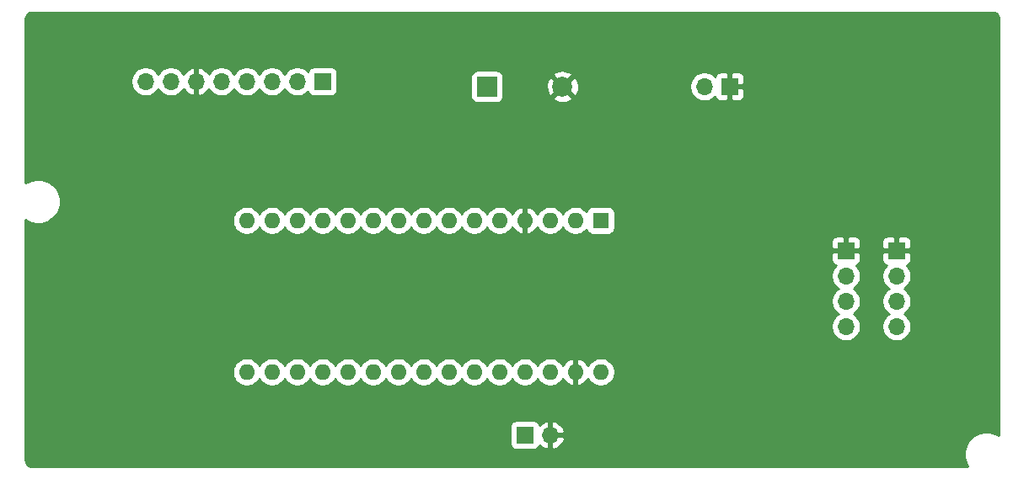
<source format=gbr>
%TF.GenerationSoftware,KiCad,Pcbnew,(5.1.9)-1*%
%TF.CreationDate,2021-05-17T17:07:15+02:00*%
%TF.ProjectId,CaptureTheFlag,43617074-7572-4655-9468-65466c61672e,rev?*%
%TF.SameCoordinates,Original*%
%TF.FileFunction,Copper,L2,Bot*%
%TF.FilePolarity,Positive*%
%FSLAX46Y46*%
G04 Gerber Fmt 4.6, Leading zero omitted, Abs format (unit mm)*
G04 Created by KiCad (PCBNEW (5.1.9)-1) date 2021-05-17 17:07:15*
%MOMM*%
%LPD*%
G01*
G04 APERTURE LIST*
%TA.AperFunction,ComponentPad*%
%ADD10R,1.600000X1.600000*%
%TD*%
%TA.AperFunction,ComponentPad*%
%ADD11O,1.600000X1.600000*%
%TD*%
%TA.AperFunction,ComponentPad*%
%ADD12R,2.000000X2.000000*%
%TD*%
%TA.AperFunction,ComponentPad*%
%ADD13C,2.000000*%
%TD*%
%TA.AperFunction,ComponentPad*%
%ADD14R,1.700000X1.700000*%
%TD*%
%TA.AperFunction,ComponentPad*%
%ADD15O,1.700000X1.700000*%
%TD*%
%TA.AperFunction,ViaPad*%
%ADD16C,0.800000*%
%TD*%
%TA.AperFunction,Conductor*%
%ADD17C,0.254000*%
%TD*%
%TA.AperFunction,Conductor*%
%ADD18C,0.100000*%
%TD*%
G04 APERTURE END LIST*
D10*
%TO.P,A1,1*%
%TO.N,Net-(A1-Pad1)*%
X353060000Y-127000000D03*
D11*
%TO.P,A1,17*%
%TO.N,3.3V*%
X320040000Y-142240000D03*
%TO.P,A1,2*%
%TO.N,Net-(A1-Pad2)*%
X350520000Y-127000000D03*
%TO.P,A1,18*%
%TO.N,Net-(A1-Pad18)*%
X322580000Y-142240000D03*
%TO.P,A1,3*%
%TO.N,Net-(A1-Pad3)*%
X347980000Y-127000000D03*
%TO.P,A1,19*%
%TO.N,Net-(A1-Pad19)*%
X325120000Y-142240000D03*
%TO.P,A1,4*%
%TO.N,GND*%
X345440000Y-127000000D03*
%TO.P,A1,20*%
%TO.N,Net-(A1-Pad20)*%
X327660000Y-142240000D03*
%TO.P,A1,5*%
%TO.N,Net-(A1-Pad5)*%
X342900000Y-127000000D03*
%TO.P,A1,21*%
%TO.N,Net-(A1-Pad21)*%
X330200000Y-142240000D03*
%TO.P,A1,6*%
%TO.N,Net-(A1-Pad6)*%
X340360000Y-127000000D03*
%TO.P,A1,22*%
%TO.N,Net-(A1-Pad22)*%
X332740000Y-142240000D03*
%TO.P,A1,7*%
%TO.N,Net-(A1-Pad7)*%
X337820000Y-127000000D03*
%TO.P,A1,23*%
%TO.N,I2C_SDA*%
X335280000Y-142240000D03*
%TO.P,A1,8*%
%TO.N,Net-(A1-Pad8)*%
X335280000Y-127000000D03*
%TO.P,A1,24*%
%TO.N,I2C_SCL*%
X337820000Y-142240000D03*
%TO.P,A1,9*%
%TO.N,Net-(A1-Pad9)*%
X332740000Y-127000000D03*
%TO.P,A1,25*%
%TO.N,Net-(A1-Pad25)*%
X340360000Y-142240000D03*
%TO.P,A1,10*%
%TO.N,Net-(A1-Pad10)*%
X330200000Y-127000000D03*
%TO.P,A1,26*%
%TO.N,Net-(A1-Pad26)*%
X342900000Y-142240000D03*
%TO.P,A1,11*%
%TO.N,Net-(A1-Pad11)*%
X327660000Y-127000000D03*
%TO.P,A1,27*%
%TO.N,5V*%
X345440000Y-142240000D03*
%TO.P,A1,12*%
%TO.N,SPI_RST*%
X325120000Y-127000000D03*
%TO.P,A1,28*%
%TO.N,Net-(A1-Pad28)*%
X347980000Y-142240000D03*
%TO.P,A1,13*%
%TO.N,SPI_SDA*%
X322580000Y-127000000D03*
%TO.P,A1,29*%
%TO.N,GND*%
X350520000Y-142240000D03*
%TO.P,A1,14*%
%TO.N,SPI_MOSI*%
X320040000Y-127000000D03*
%TO.P,A1,30*%
%TO.N,VIN*%
X353060000Y-142240000D03*
%TO.P,A1,15*%
%TO.N,SPI_MISO*%
X317500000Y-127000000D03*
%TO.P,A1,16*%
%TO.N,SPI_SCK*%
X317500000Y-142240000D03*
%TD*%
D12*
%TO.P,BZ1,1*%
%TO.N,Net-(A1-Pad8)*%
X341630000Y-113538000D03*
D13*
%TO.P,BZ1,2*%
%TO.N,GND*%
X349230000Y-113538000D03*
%TD*%
D14*
%TO.P,J1,1*%
%TO.N,GND*%
X382778000Y-130048000D03*
D15*
%TO.P,J1,2*%
%TO.N,5V*%
X382778000Y-132588000D03*
%TO.P,J1,3*%
%TO.N,I2C_SDA*%
X382778000Y-135128000D03*
%TO.P,J1,4*%
%TO.N,I2C_SCL*%
X382778000Y-137668000D03*
%TD*%
%TO.P,J2,4*%
%TO.N,I2C_SCL*%
X377698000Y-137668000D03*
%TO.P,J2,3*%
%TO.N,I2C_SDA*%
X377698000Y-135128000D03*
%TO.P,J2,2*%
%TO.N,5V*%
X377698000Y-132588000D03*
D14*
%TO.P,J2,1*%
%TO.N,GND*%
X377698000Y-130048000D03*
%TD*%
%TO.P,J3,1*%
%TO.N,SPI_SDA*%
X325120000Y-113030000D03*
D15*
%TO.P,J3,2*%
%TO.N,SPI_SCK*%
X322580000Y-113030000D03*
%TO.P,J3,3*%
%TO.N,SPI_MOSI*%
X320040000Y-113030000D03*
%TO.P,J3,4*%
%TO.N,SPI_MISO*%
X317500000Y-113030000D03*
%TO.P,J3,5*%
%TO.N,Net-(J3-Pad5)*%
X314960000Y-113030000D03*
%TO.P,J3,6*%
%TO.N,GND*%
X312420000Y-113030000D03*
%TO.P,J3,7*%
%TO.N,SPI_RST*%
X309880000Y-113030000D03*
%TO.P,J3,8*%
%TO.N,3.3V*%
X307340000Y-113030000D03*
%TD*%
D14*
%TO.P,J4,1*%
%TO.N,5V*%
X345440000Y-148590000D03*
D15*
%TO.P,J4,2*%
%TO.N,GND*%
X347980000Y-148590000D03*
%TD*%
%TO.P,SW1,2*%
%TO.N,Net-(A1-Pad5)*%
X363474000Y-113538000D03*
D14*
%TO.P,SW1,1*%
%TO.N,GND*%
X366014000Y-113538000D03*
%TD*%
D16*
%TO.N,GND*%
X370840000Y-109220000D03*
X375920000Y-109220000D03*
X381000000Y-109220000D03*
X386080000Y-109220000D03*
X391160000Y-109220000D03*
X391160000Y-114300000D03*
X386080000Y-114300000D03*
X381000000Y-114300000D03*
X375920000Y-114300000D03*
X370840000Y-114300000D03*
X370840000Y-119380000D03*
X375920000Y-119380000D03*
X381000000Y-119380000D03*
X386080000Y-119380000D03*
X391160000Y-119380000D03*
X322580000Y-132080000D03*
X327660000Y-132080000D03*
X332740000Y-132080000D03*
X337820000Y-132080000D03*
X342900000Y-132080000D03*
X347980000Y-132080000D03*
X370840000Y-124460000D03*
X375920000Y-124460000D03*
X381000000Y-124460000D03*
X386080000Y-124460000D03*
X391160000Y-124460000D03*
X370840000Y-142240000D03*
X375920000Y-142240000D03*
X381000000Y-142240000D03*
X386080000Y-142240000D03*
X391160000Y-142240000D03*
X386080000Y-147320000D03*
X381000000Y-147320000D03*
X375920000Y-147320000D03*
X370840000Y-147320000D03*
X302260000Y-137160000D03*
X302260000Y-132080000D03*
X302260000Y-127000000D03*
X302260000Y-121920000D03*
X302260000Y-116840000D03*
X302260000Y-111760000D03*
%TD*%
D17*
%TO.N,GND*%
X392547869Y-106084722D02*
X392661246Y-106118953D01*
X392765819Y-106174555D01*
X392857596Y-106249407D01*
X392933091Y-106340664D01*
X392989419Y-106444844D01*
X393024440Y-106557976D01*
X393040000Y-106706022D01*
X393040001Y-107790581D01*
X393040000Y-148638871D01*
X392853669Y-148514369D01*
X392446925Y-148345890D01*
X392015128Y-148260000D01*
X391574872Y-148260000D01*
X391143075Y-148345890D01*
X390736331Y-148514369D01*
X390370271Y-148758962D01*
X390058962Y-149070271D01*
X389814369Y-149436331D01*
X389645890Y-149843075D01*
X389560000Y-150274872D01*
X389560000Y-150715128D01*
X389645890Y-151146925D01*
X389814369Y-151553669D01*
X389938871Y-151740000D01*
X295942279Y-151740000D01*
X295792131Y-151725278D01*
X295678754Y-151691047D01*
X295574183Y-151635446D01*
X295482405Y-151560594D01*
X295406909Y-151469335D01*
X295350581Y-151365160D01*
X295315560Y-151252024D01*
X295300000Y-151103979D01*
X295300000Y-147740000D01*
X343951928Y-147740000D01*
X343951928Y-149440000D01*
X343964188Y-149564482D01*
X344000498Y-149684180D01*
X344059463Y-149794494D01*
X344138815Y-149891185D01*
X344235506Y-149970537D01*
X344345820Y-150029502D01*
X344465518Y-150065812D01*
X344590000Y-150078072D01*
X346290000Y-150078072D01*
X346414482Y-150065812D01*
X346534180Y-150029502D01*
X346644494Y-149970537D01*
X346741185Y-149891185D01*
X346820537Y-149794494D01*
X346879502Y-149684180D01*
X346903966Y-149603534D01*
X346979731Y-149687588D01*
X347213080Y-149861641D01*
X347475901Y-149986825D01*
X347623110Y-150031476D01*
X347853000Y-149910155D01*
X347853000Y-148717000D01*
X348107000Y-148717000D01*
X348107000Y-149910155D01*
X348336890Y-150031476D01*
X348484099Y-149986825D01*
X348746920Y-149861641D01*
X348980269Y-149687588D01*
X349175178Y-149471355D01*
X349324157Y-149221252D01*
X349421481Y-148946891D01*
X349300814Y-148717000D01*
X348107000Y-148717000D01*
X347853000Y-148717000D01*
X347833000Y-148717000D01*
X347833000Y-148463000D01*
X347853000Y-148463000D01*
X347853000Y-147269845D01*
X348107000Y-147269845D01*
X348107000Y-148463000D01*
X349300814Y-148463000D01*
X349421481Y-148233109D01*
X349324157Y-147958748D01*
X349175178Y-147708645D01*
X348980269Y-147492412D01*
X348746920Y-147318359D01*
X348484099Y-147193175D01*
X348336890Y-147148524D01*
X348107000Y-147269845D01*
X347853000Y-147269845D01*
X347623110Y-147148524D01*
X347475901Y-147193175D01*
X347213080Y-147318359D01*
X346979731Y-147492412D01*
X346903966Y-147576466D01*
X346879502Y-147495820D01*
X346820537Y-147385506D01*
X346741185Y-147288815D01*
X346644494Y-147209463D01*
X346534180Y-147150498D01*
X346414482Y-147114188D01*
X346290000Y-147101928D01*
X344590000Y-147101928D01*
X344465518Y-147114188D01*
X344345820Y-147150498D01*
X344235506Y-147209463D01*
X344138815Y-147288815D01*
X344059463Y-147385506D01*
X344000498Y-147495820D01*
X343964188Y-147615518D01*
X343951928Y-147740000D01*
X295300000Y-147740000D01*
X295300000Y-142098665D01*
X316065000Y-142098665D01*
X316065000Y-142381335D01*
X316120147Y-142658574D01*
X316228320Y-142919727D01*
X316385363Y-143154759D01*
X316585241Y-143354637D01*
X316820273Y-143511680D01*
X317081426Y-143619853D01*
X317358665Y-143675000D01*
X317641335Y-143675000D01*
X317918574Y-143619853D01*
X318179727Y-143511680D01*
X318414759Y-143354637D01*
X318614637Y-143154759D01*
X318770000Y-142922241D01*
X318925363Y-143154759D01*
X319125241Y-143354637D01*
X319360273Y-143511680D01*
X319621426Y-143619853D01*
X319898665Y-143675000D01*
X320181335Y-143675000D01*
X320458574Y-143619853D01*
X320719727Y-143511680D01*
X320954759Y-143354637D01*
X321154637Y-143154759D01*
X321310000Y-142922241D01*
X321465363Y-143154759D01*
X321665241Y-143354637D01*
X321900273Y-143511680D01*
X322161426Y-143619853D01*
X322438665Y-143675000D01*
X322721335Y-143675000D01*
X322998574Y-143619853D01*
X323259727Y-143511680D01*
X323494759Y-143354637D01*
X323694637Y-143154759D01*
X323850000Y-142922241D01*
X324005363Y-143154759D01*
X324205241Y-143354637D01*
X324440273Y-143511680D01*
X324701426Y-143619853D01*
X324978665Y-143675000D01*
X325261335Y-143675000D01*
X325538574Y-143619853D01*
X325799727Y-143511680D01*
X326034759Y-143354637D01*
X326234637Y-143154759D01*
X326390000Y-142922241D01*
X326545363Y-143154759D01*
X326745241Y-143354637D01*
X326980273Y-143511680D01*
X327241426Y-143619853D01*
X327518665Y-143675000D01*
X327801335Y-143675000D01*
X328078574Y-143619853D01*
X328339727Y-143511680D01*
X328574759Y-143354637D01*
X328774637Y-143154759D01*
X328930000Y-142922241D01*
X329085363Y-143154759D01*
X329285241Y-143354637D01*
X329520273Y-143511680D01*
X329781426Y-143619853D01*
X330058665Y-143675000D01*
X330341335Y-143675000D01*
X330618574Y-143619853D01*
X330879727Y-143511680D01*
X331114759Y-143354637D01*
X331314637Y-143154759D01*
X331470000Y-142922241D01*
X331625363Y-143154759D01*
X331825241Y-143354637D01*
X332060273Y-143511680D01*
X332321426Y-143619853D01*
X332598665Y-143675000D01*
X332881335Y-143675000D01*
X333158574Y-143619853D01*
X333419727Y-143511680D01*
X333654759Y-143354637D01*
X333854637Y-143154759D01*
X334010000Y-142922241D01*
X334165363Y-143154759D01*
X334365241Y-143354637D01*
X334600273Y-143511680D01*
X334861426Y-143619853D01*
X335138665Y-143675000D01*
X335421335Y-143675000D01*
X335698574Y-143619853D01*
X335959727Y-143511680D01*
X336194759Y-143354637D01*
X336394637Y-143154759D01*
X336550000Y-142922241D01*
X336705363Y-143154759D01*
X336905241Y-143354637D01*
X337140273Y-143511680D01*
X337401426Y-143619853D01*
X337678665Y-143675000D01*
X337961335Y-143675000D01*
X338238574Y-143619853D01*
X338499727Y-143511680D01*
X338734759Y-143354637D01*
X338934637Y-143154759D01*
X339090000Y-142922241D01*
X339245363Y-143154759D01*
X339445241Y-143354637D01*
X339680273Y-143511680D01*
X339941426Y-143619853D01*
X340218665Y-143675000D01*
X340501335Y-143675000D01*
X340778574Y-143619853D01*
X341039727Y-143511680D01*
X341274759Y-143354637D01*
X341474637Y-143154759D01*
X341630000Y-142922241D01*
X341785363Y-143154759D01*
X341985241Y-143354637D01*
X342220273Y-143511680D01*
X342481426Y-143619853D01*
X342758665Y-143675000D01*
X343041335Y-143675000D01*
X343318574Y-143619853D01*
X343579727Y-143511680D01*
X343814759Y-143354637D01*
X344014637Y-143154759D01*
X344170000Y-142922241D01*
X344325363Y-143154759D01*
X344525241Y-143354637D01*
X344760273Y-143511680D01*
X345021426Y-143619853D01*
X345298665Y-143675000D01*
X345581335Y-143675000D01*
X345858574Y-143619853D01*
X346119727Y-143511680D01*
X346354759Y-143354637D01*
X346554637Y-143154759D01*
X346710000Y-142922241D01*
X346865363Y-143154759D01*
X347065241Y-143354637D01*
X347300273Y-143511680D01*
X347561426Y-143619853D01*
X347838665Y-143675000D01*
X348121335Y-143675000D01*
X348398574Y-143619853D01*
X348659727Y-143511680D01*
X348894759Y-143354637D01*
X349094637Y-143154759D01*
X349251680Y-142919727D01*
X349256067Y-142909135D01*
X349367615Y-143095131D01*
X349556586Y-143303519D01*
X349782580Y-143471037D01*
X350036913Y-143591246D01*
X350170961Y-143631904D01*
X350393000Y-143509915D01*
X350393000Y-142367000D01*
X350373000Y-142367000D01*
X350373000Y-142113000D01*
X350393000Y-142113000D01*
X350393000Y-140970085D01*
X350647000Y-140970085D01*
X350647000Y-142113000D01*
X350667000Y-142113000D01*
X350667000Y-142367000D01*
X350647000Y-142367000D01*
X350647000Y-143509915D01*
X350869039Y-143631904D01*
X351003087Y-143591246D01*
X351257420Y-143471037D01*
X351483414Y-143303519D01*
X351672385Y-143095131D01*
X351783933Y-142909135D01*
X351788320Y-142919727D01*
X351945363Y-143154759D01*
X352145241Y-143354637D01*
X352380273Y-143511680D01*
X352641426Y-143619853D01*
X352918665Y-143675000D01*
X353201335Y-143675000D01*
X353478574Y-143619853D01*
X353739727Y-143511680D01*
X353974759Y-143354637D01*
X354174637Y-143154759D01*
X354331680Y-142919727D01*
X354439853Y-142658574D01*
X354495000Y-142381335D01*
X354495000Y-142098665D01*
X354439853Y-141821426D01*
X354331680Y-141560273D01*
X354174637Y-141325241D01*
X353974759Y-141125363D01*
X353739727Y-140968320D01*
X353478574Y-140860147D01*
X353201335Y-140805000D01*
X352918665Y-140805000D01*
X352641426Y-140860147D01*
X352380273Y-140968320D01*
X352145241Y-141125363D01*
X351945363Y-141325241D01*
X351788320Y-141560273D01*
X351783933Y-141570865D01*
X351672385Y-141384869D01*
X351483414Y-141176481D01*
X351257420Y-141008963D01*
X351003087Y-140888754D01*
X350869039Y-140848096D01*
X350647000Y-140970085D01*
X350393000Y-140970085D01*
X350170961Y-140848096D01*
X350036913Y-140888754D01*
X349782580Y-141008963D01*
X349556586Y-141176481D01*
X349367615Y-141384869D01*
X349256067Y-141570865D01*
X349251680Y-141560273D01*
X349094637Y-141325241D01*
X348894759Y-141125363D01*
X348659727Y-140968320D01*
X348398574Y-140860147D01*
X348121335Y-140805000D01*
X347838665Y-140805000D01*
X347561426Y-140860147D01*
X347300273Y-140968320D01*
X347065241Y-141125363D01*
X346865363Y-141325241D01*
X346710000Y-141557759D01*
X346554637Y-141325241D01*
X346354759Y-141125363D01*
X346119727Y-140968320D01*
X345858574Y-140860147D01*
X345581335Y-140805000D01*
X345298665Y-140805000D01*
X345021426Y-140860147D01*
X344760273Y-140968320D01*
X344525241Y-141125363D01*
X344325363Y-141325241D01*
X344170000Y-141557759D01*
X344014637Y-141325241D01*
X343814759Y-141125363D01*
X343579727Y-140968320D01*
X343318574Y-140860147D01*
X343041335Y-140805000D01*
X342758665Y-140805000D01*
X342481426Y-140860147D01*
X342220273Y-140968320D01*
X341985241Y-141125363D01*
X341785363Y-141325241D01*
X341630000Y-141557759D01*
X341474637Y-141325241D01*
X341274759Y-141125363D01*
X341039727Y-140968320D01*
X340778574Y-140860147D01*
X340501335Y-140805000D01*
X340218665Y-140805000D01*
X339941426Y-140860147D01*
X339680273Y-140968320D01*
X339445241Y-141125363D01*
X339245363Y-141325241D01*
X339090000Y-141557759D01*
X338934637Y-141325241D01*
X338734759Y-141125363D01*
X338499727Y-140968320D01*
X338238574Y-140860147D01*
X337961335Y-140805000D01*
X337678665Y-140805000D01*
X337401426Y-140860147D01*
X337140273Y-140968320D01*
X336905241Y-141125363D01*
X336705363Y-141325241D01*
X336550000Y-141557759D01*
X336394637Y-141325241D01*
X336194759Y-141125363D01*
X335959727Y-140968320D01*
X335698574Y-140860147D01*
X335421335Y-140805000D01*
X335138665Y-140805000D01*
X334861426Y-140860147D01*
X334600273Y-140968320D01*
X334365241Y-141125363D01*
X334165363Y-141325241D01*
X334010000Y-141557759D01*
X333854637Y-141325241D01*
X333654759Y-141125363D01*
X333419727Y-140968320D01*
X333158574Y-140860147D01*
X332881335Y-140805000D01*
X332598665Y-140805000D01*
X332321426Y-140860147D01*
X332060273Y-140968320D01*
X331825241Y-141125363D01*
X331625363Y-141325241D01*
X331470000Y-141557759D01*
X331314637Y-141325241D01*
X331114759Y-141125363D01*
X330879727Y-140968320D01*
X330618574Y-140860147D01*
X330341335Y-140805000D01*
X330058665Y-140805000D01*
X329781426Y-140860147D01*
X329520273Y-140968320D01*
X329285241Y-141125363D01*
X329085363Y-141325241D01*
X328930000Y-141557759D01*
X328774637Y-141325241D01*
X328574759Y-141125363D01*
X328339727Y-140968320D01*
X328078574Y-140860147D01*
X327801335Y-140805000D01*
X327518665Y-140805000D01*
X327241426Y-140860147D01*
X326980273Y-140968320D01*
X326745241Y-141125363D01*
X326545363Y-141325241D01*
X326390000Y-141557759D01*
X326234637Y-141325241D01*
X326034759Y-141125363D01*
X325799727Y-140968320D01*
X325538574Y-140860147D01*
X325261335Y-140805000D01*
X324978665Y-140805000D01*
X324701426Y-140860147D01*
X324440273Y-140968320D01*
X324205241Y-141125363D01*
X324005363Y-141325241D01*
X323850000Y-141557759D01*
X323694637Y-141325241D01*
X323494759Y-141125363D01*
X323259727Y-140968320D01*
X322998574Y-140860147D01*
X322721335Y-140805000D01*
X322438665Y-140805000D01*
X322161426Y-140860147D01*
X321900273Y-140968320D01*
X321665241Y-141125363D01*
X321465363Y-141325241D01*
X321310000Y-141557759D01*
X321154637Y-141325241D01*
X320954759Y-141125363D01*
X320719727Y-140968320D01*
X320458574Y-140860147D01*
X320181335Y-140805000D01*
X319898665Y-140805000D01*
X319621426Y-140860147D01*
X319360273Y-140968320D01*
X319125241Y-141125363D01*
X318925363Y-141325241D01*
X318770000Y-141557759D01*
X318614637Y-141325241D01*
X318414759Y-141125363D01*
X318179727Y-140968320D01*
X317918574Y-140860147D01*
X317641335Y-140805000D01*
X317358665Y-140805000D01*
X317081426Y-140860147D01*
X316820273Y-140968320D01*
X316585241Y-141125363D01*
X316385363Y-141325241D01*
X316228320Y-141560273D01*
X316120147Y-141821426D01*
X316065000Y-142098665D01*
X295300000Y-142098665D01*
X295300000Y-130898000D01*
X376209928Y-130898000D01*
X376222188Y-131022482D01*
X376258498Y-131142180D01*
X376317463Y-131252494D01*
X376396815Y-131349185D01*
X376493506Y-131428537D01*
X376603820Y-131487502D01*
X376676380Y-131509513D01*
X376544525Y-131641368D01*
X376382010Y-131884589D01*
X376270068Y-132154842D01*
X376213000Y-132441740D01*
X376213000Y-132734260D01*
X376270068Y-133021158D01*
X376382010Y-133291411D01*
X376544525Y-133534632D01*
X376751368Y-133741475D01*
X376925760Y-133858000D01*
X376751368Y-133974525D01*
X376544525Y-134181368D01*
X376382010Y-134424589D01*
X376270068Y-134694842D01*
X376213000Y-134981740D01*
X376213000Y-135274260D01*
X376270068Y-135561158D01*
X376382010Y-135831411D01*
X376544525Y-136074632D01*
X376751368Y-136281475D01*
X376925760Y-136398000D01*
X376751368Y-136514525D01*
X376544525Y-136721368D01*
X376382010Y-136964589D01*
X376270068Y-137234842D01*
X376213000Y-137521740D01*
X376213000Y-137814260D01*
X376270068Y-138101158D01*
X376382010Y-138371411D01*
X376544525Y-138614632D01*
X376751368Y-138821475D01*
X376994589Y-138983990D01*
X377264842Y-139095932D01*
X377551740Y-139153000D01*
X377844260Y-139153000D01*
X378131158Y-139095932D01*
X378401411Y-138983990D01*
X378644632Y-138821475D01*
X378851475Y-138614632D01*
X379013990Y-138371411D01*
X379125932Y-138101158D01*
X379183000Y-137814260D01*
X379183000Y-137521740D01*
X379125932Y-137234842D01*
X379013990Y-136964589D01*
X378851475Y-136721368D01*
X378644632Y-136514525D01*
X378470240Y-136398000D01*
X378644632Y-136281475D01*
X378851475Y-136074632D01*
X379013990Y-135831411D01*
X379125932Y-135561158D01*
X379183000Y-135274260D01*
X379183000Y-134981740D01*
X379125932Y-134694842D01*
X379013990Y-134424589D01*
X378851475Y-134181368D01*
X378644632Y-133974525D01*
X378470240Y-133858000D01*
X378644632Y-133741475D01*
X378851475Y-133534632D01*
X379013990Y-133291411D01*
X379125932Y-133021158D01*
X379183000Y-132734260D01*
X379183000Y-132441740D01*
X379125932Y-132154842D01*
X379013990Y-131884589D01*
X378851475Y-131641368D01*
X378719620Y-131509513D01*
X378792180Y-131487502D01*
X378902494Y-131428537D01*
X378999185Y-131349185D01*
X379078537Y-131252494D01*
X379137502Y-131142180D01*
X379173812Y-131022482D01*
X379186072Y-130898000D01*
X381289928Y-130898000D01*
X381302188Y-131022482D01*
X381338498Y-131142180D01*
X381397463Y-131252494D01*
X381476815Y-131349185D01*
X381573506Y-131428537D01*
X381683820Y-131487502D01*
X381756380Y-131509513D01*
X381624525Y-131641368D01*
X381462010Y-131884589D01*
X381350068Y-132154842D01*
X381293000Y-132441740D01*
X381293000Y-132734260D01*
X381350068Y-133021158D01*
X381462010Y-133291411D01*
X381624525Y-133534632D01*
X381831368Y-133741475D01*
X382005760Y-133858000D01*
X381831368Y-133974525D01*
X381624525Y-134181368D01*
X381462010Y-134424589D01*
X381350068Y-134694842D01*
X381293000Y-134981740D01*
X381293000Y-135274260D01*
X381350068Y-135561158D01*
X381462010Y-135831411D01*
X381624525Y-136074632D01*
X381831368Y-136281475D01*
X382005760Y-136398000D01*
X381831368Y-136514525D01*
X381624525Y-136721368D01*
X381462010Y-136964589D01*
X381350068Y-137234842D01*
X381293000Y-137521740D01*
X381293000Y-137814260D01*
X381350068Y-138101158D01*
X381462010Y-138371411D01*
X381624525Y-138614632D01*
X381831368Y-138821475D01*
X382074589Y-138983990D01*
X382344842Y-139095932D01*
X382631740Y-139153000D01*
X382924260Y-139153000D01*
X383211158Y-139095932D01*
X383481411Y-138983990D01*
X383724632Y-138821475D01*
X383931475Y-138614632D01*
X384093990Y-138371411D01*
X384205932Y-138101158D01*
X384263000Y-137814260D01*
X384263000Y-137521740D01*
X384205932Y-137234842D01*
X384093990Y-136964589D01*
X383931475Y-136721368D01*
X383724632Y-136514525D01*
X383550240Y-136398000D01*
X383724632Y-136281475D01*
X383931475Y-136074632D01*
X384093990Y-135831411D01*
X384205932Y-135561158D01*
X384263000Y-135274260D01*
X384263000Y-134981740D01*
X384205932Y-134694842D01*
X384093990Y-134424589D01*
X383931475Y-134181368D01*
X383724632Y-133974525D01*
X383550240Y-133858000D01*
X383724632Y-133741475D01*
X383931475Y-133534632D01*
X384093990Y-133291411D01*
X384205932Y-133021158D01*
X384263000Y-132734260D01*
X384263000Y-132441740D01*
X384205932Y-132154842D01*
X384093990Y-131884589D01*
X383931475Y-131641368D01*
X383799620Y-131509513D01*
X383872180Y-131487502D01*
X383982494Y-131428537D01*
X384079185Y-131349185D01*
X384158537Y-131252494D01*
X384217502Y-131142180D01*
X384253812Y-131022482D01*
X384266072Y-130898000D01*
X384263000Y-130333750D01*
X384104250Y-130175000D01*
X382905000Y-130175000D01*
X382905000Y-130195000D01*
X382651000Y-130195000D01*
X382651000Y-130175000D01*
X381451750Y-130175000D01*
X381293000Y-130333750D01*
X381289928Y-130898000D01*
X379186072Y-130898000D01*
X379183000Y-130333750D01*
X379024250Y-130175000D01*
X377825000Y-130175000D01*
X377825000Y-130195000D01*
X377571000Y-130195000D01*
X377571000Y-130175000D01*
X376371750Y-130175000D01*
X376213000Y-130333750D01*
X376209928Y-130898000D01*
X295300000Y-130898000D01*
X295300000Y-129198000D01*
X376209928Y-129198000D01*
X376213000Y-129762250D01*
X376371750Y-129921000D01*
X377571000Y-129921000D01*
X377571000Y-128721750D01*
X377825000Y-128721750D01*
X377825000Y-129921000D01*
X379024250Y-129921000D01*
X379183000Y-129762250D01*
X379186072Y-129198000D01*
X381289928Y-129198000D01*
X381293000Y-129762250D01*
X381451750Y-129921000D01*
X382651000Y-129921000D01*
X382651000Y-128721750D01*
X382905000Y-128721750D01*
X382905000Y-129921000D01*
X384104250Y-129921000D01*
X384263000Y-129762250D01*
X384266072Y-129198000D01*
X384253812Y-129073518D01*
X384217502Y-128953820D01*
X384158537Y-128843506D01*
X384079185Y-128746815D01*
X383982494Y-128667463D01*
X383872180Y-128608498D01*
X383752482Y-128572188D01*
X383628000Y-128559928D01*
X383063750Y-128563000D01*
X382905000Y-128721750D01*
X382651000Y-128721750D01*
X382492250Y-128563000D01*
X381928000Y-128559928D01*
X381803518Y-128572188D01*
X381683820Y-128608498D01*
X381573506Y-128667463D01*
X381476815Y-128746815D01*
X381397463Y-128843506D01*
X381338498Y-128953820D01*
X381302188Y-129073518D01*
X381289928Y-129198000D01*
X379186072Y-129198000D01*
X379173812Y-129073518D01*
X379137502Y-128953820D01*
X379078537Y-128843506D01*
X378999185Y-128746815D01*
X378902494Y-128667463D01*
X378792180Y-128608498D01*
X378672482Y-128572188D01*
X378548000Y-128559928D01*
X377983750Y-128563000D01*
X377825000Y-128721750D01*
X377571000Y-128721750D01*
X377412250Y-128563000D01*
X376848000Y-128559928D01*
X376723518Y-128572188D01*
X376603820Y-128608498D01*
X376493506Y-128667463D01*
X376396815Y-128746815D01*
X376317463Y-128843506D01*
X376258498Y-128953820D01*
X376222188Y-129073518D01*
X376209928Y-129198000D01*
X295300000Y-129198000D01*
X295300000Y-126951129D01*
X295486331Y-127075631D01*
X295893075Y-127244110D01*
X296324872Y-127330000D01*
X296765128Y-127330000D01*
X297196925Y-127244110D01*
X297603669Y-127075631D01*
X297928382Y-126858665D01*
X316065000Y-126858665D01*
X316065000Y-127141335D01*
X316120147Y-127418574D01*
X316228320Y-127679727D01*
X316385363Y-127914759D01*
X316585241Y-128114637D01*
X316820273Y-128271680D01*
X317081426Y-128379853D01*
X317358665Y-128435000D01*
X317641335Y-128435000D01*
X317918574Y-128379853D01*
X318179727Y-128271680D01*
X318414759Y-128114637D01*
X318614637Y-127914759D01*
X318770000Y-127682241D01*
X318925363Y-127914759D01*
X319125241Y-128114637D01*
X319360273Y-128271680D01*
X319621426Y-128379853D01*
X319898665Y-128435000D01*
X320181335Y-128435000D01*
X320458574Y-128379853D01*
X320719727Y-128271680D01*
X320954759Y-128114637D01*
X321154637Y-127914759D01*
X321310000Y-127682241D01*
X321465363Y-127914759D01*
X321665241Y-128114637D01*
X321900273Y-128271680D01*
X322161426Y-128379853D01*
X322438665Y-128435000D01*
X322721335Y-128435000D01*
X322998574Y-128379853D01*
X323259727Y-128271680D01*
X323494759Y-128114637D01*
X323694637Y-127914759D01*
X323850000Y-127682241D01*
X324005363Y-127914759D01*
X324205241Y-128114637D01*
X324440273Y-128271680D01*
X324701426Y-128379853D01*
X324978665Y-128435000D01*
X325261335Y-128435000D01*
X325538574Y-128379853D01*
X325799727Y-128271680D01*
X326034759Y-128114637D01*
X326234637Y-127914759D01*
X326390000Y-127682241D01*
X326545363Y-127914759D01*
X326745241Y-128114637D01*
X326980273Y-128271680D01*
X327241426Y-128379853D01*
X327518665Y-128435000D01*
X327801335Y-128435000D01*
X328078574Y-128379853D01*
X328339727Y-128271680D01*
X328574759Y-128114637D01*
X328774637Y-127914759D01*
X328930000Y-127682241D01*
X329085363Y-127914759D01*
X329285241Y-128114637D01*
X329520273Y-128271680D01*
X329781426Y-128379853D01*
X330058665Y-128435000D01*
X330341335Y-128435000D01*
X330618574Y-128379853D01*
X330879727Y-128271680D01*
X331114759Y-128114637D01*
X331314637Y-127914759D01*
X331470000Y-127682241D01*
X331625363Y-127914759D01*
X331825241Y-128114637D01*
X332060273Y-128271680D01*
X332321426Y-128379853D01*
X332598665Y-128435000D01*
X332881335Y-128435000D01*
X333158574Y-128379853D01*
X333419727Y-128271680D01*
X333654759Y-128114637D01*
X333854637Y-127914759D01*
X334010000Y-127682241D01*
X334165363Y-127914759D01*
X334365241Y-128114637D01*
X334600273Y-128271680D01*
X334861426Y-128379853D01*
X335138665Y-128435000D01*
X335421335Y-128435000D01*
X335698574Y-128379853D01*
X335959727Y-128271680D01*
X336194759Y-128114637D01*
X336394637Y-127914759D01*
X336550000Y-127682241D01*
X336705363Y-127914759D01*
X336905241Y-128114637D01*
X337140273Y-128271680D01*
X337401426Y-128379853D01*
X337678665Y-128435000D01*
X337961335Y-128435000D01*
X338238574Y-128379853D01*
X338499727Y-128271680D01*
X338734759Y-128114637D01*
X338934637Y-127914759D01*
X339090000Y-127682241D01*
X339245363Y-127914759D01*
X339445241Y-128114637D01*
X339680273Y-128271680D01*
X339941426Y-128379853D01*
X340218665Y-128435000D01*
X340501335Y-128435000D01*
X340778574Y-128379853D01*
X341039727Y-128271680D01*
X341274759Y-128114637D01*
X341474637Y-127914759D01*
X341630000Y-127682241D01*
X341785363Y-127914759D01*
X341985241Y-128114637D01*
X342220273Y-128271680D01*
X342481426Y-128379853D01*
X342758665Y-128435000D01*
X343041335Y-128435000D01*
X343318574Y-128379853D01*
X343579727Y-128271680D01*
X343814759Y-128114637D01*
X344014637Y-127914759D01*
X344171680Y-127679727D01*
X344176067Y-127669135D01*
X344287615Y-127855131D01*
X344476586Y-128063519D01*
X344702580Y-128231037D01*
X344956913Y-128351246D01*
X345090961Y-128391904D01*
X345313000Y-128269915D01*
X345313000Y-127127000D01*
X345293000Y-127127000D01*
X345293000Y-126873000D01*
X345313000Y-126873000D01*
X345313000Y-125730085D01*
X345567000Y-125730085D01*
X345567000Y-126873000D01*
X345587000Y-126873000D01*
X345587000Y-127127000D01*
X345567000Y-127127000D01*
X345567000Y-128269915D01*
X345789039Y-128391904D01*
X345923087Y-128351246D01*
X346177420Y-128231037D01*
X346403414Y-128063519D01*
X346592385Y-127855131D01*
X346703933Y-127669135D01*
X346708320Y-127679727D01*
X346865363Y-127914759D01*
X347065241Y-128114637D01*
X347300273Y-128271680D01*
X347561426Y-128379853D01*
X347838665Y-128435000D01*
X348121335Y-128435000D01*
X348398574Y-128379853D01*
X348659727Y-128271680D01*
X348894759Y-128114637D01*
X349094637Y-127914759D01*
X349250000Y-127682241D01*
X349405363Y-127914759D01*
X349605241Y-128114637D01*
X349840273Y-128271680D01*
X350101426Y-128379853D01*
X350378665Y-128435000D01*
X350661335Y-128435000D01*
X350938574Y-128379853D01*
X351199727Y-128271680D01*
X351434759Y-128114637D01*
X351633357Y-127916039D01*
X351634188Y-127924482D01*
X351670498Y-128044180D01*
X351729463Y-128154494D01*
X351808815Y-128251185D01*
X351905506Y-128330537D01*
X352015820Y-128389502D01*
X352135518Y-128425812D01*
X352260000Y-128438072D01*
X353860000Y-128438072D01*
X353984482Y-128425812D01*
X354104180Y-128389502D01*
X354214494Y-128330537D01*
X354311185Y-128251185D01*
X354390537Y-128154494D01*
X354449502Y-128044180D01*
X354485812Y-127924482D01*
X354498072Y-127800000D01*
X354498072Y-126200000D01*
X354485812Y-126075518D01*
X354449502Y-125955820D01*
X354390537Y-125845506D01*
X354311185Y-125748815D01*
X354214494Y-125669463D01*
X354104180Y-125610498D01*
X353984482Y-125574188D01*
X353860000Y-125561928D01*
X352260000Y-125561928D01*
X352135518Y-125574188D01*
X352015820Y-125610498D01*
X351905506Y-125669463D01*
X351808815Y-125748815D01*
X351729463Y-125845506D01*
X351670498Y-125955820D01*
X351634188Y-126075518D01*
X351633357Y-126083961D01*
X351434759Y-125885363D01*
X351199727Y-125728320D01*
X350938574Y-125620147D01*
X350661335Y-125565000D01*
X350378665Y-125565000D01*
X350101426Y-125620147D01*
X349840273Y-125728320D01*
X349605241Y-125885363D01*
X349405363Y-126085241D01*
X349250000Y-126317759D01*
X349094637Y-126085241D01*
X348894759Y-125885363D01*
X348659727Y-125728320D01*
X348398574Y-125620147D01*
X348121335Y-125565000D01*
X347838665Y-125565000D01*
X347561426Y-125620147D01*
X347300273Y-125728320D01*
X347065241Y-125885363D01*
X346865363Y-126085241D01*
X346708320Y-126320273D01*
X346703933Y-126330865D01*
X346592385Y-126144869D01*
X346403414Y-125936481D01*
X346177420Y-125768963D01*
X345923087Y-125648754D01*
X345789039Y-125608096D01*
X345567000Y-125730085D01*
X345313000Y-125730085D01*
X345090961Y-125608096D01*
X344956913Y-125648754D01*
X344702580Y-125768963D01*
X344476586Y-125936481D01*
X344287615Y-126144869D01*
X344176067Y-126330865D01*
X344171680Y-126320273D01*
X344014637Y-126085241D01*
X343814759Y-125885363D01*
X343579727Y-125728320D01*
X343318574Y-125620147D01*
X343041335Y-125565000D01*
X342758665Y-125565000D01*
X342481426Y-125620147D01*
X342220273Y-125728320D01*
X341985241Y-125885363D01*
X341785363Y-126085241D01*
X341630000Y-126317759D01*
X341474637Y-126085241D01*
X341274759Y-125885363D01*
X341039727Y-125728320D01*
X340778574Y-125620147D01*
X340501335Y-125565000D01*
X340218665Y-125565000D01*
X339941426Y-125620147D01*
X339680273Y-125728320D01*
X339445241Y-125885363D01*
X339245363Y-126085241D01*
X339090000Y-126317759D01*
X338934637Y-126085241D01*
X338734759Y-125885363D01*
X338499727Y-125728320D01*
X338238574Y-125620147D01*
X337961335Y-125565000D01*
X337678665Y-125565000D01*
X337401426Y-125620147D01*
X337140273Y-125728320D01*
X336905241Y-125885363D01*
X336705363Y-126085241D01*
X336550000Y-126317759D01*
X336394637Y-126085241D01*
X336194759Y-125885363D01*
X335959727Y-125728320D01*
X335698574Y-125620147D01*
X335421335Y-125565000D01*
X335138665Y-125565000D01*
X334861426Y-125620147D01*
X334600273Y-125728320D01*
X334365241Y-125885363D01*
X334165363Y-126085241D01*
X334010000Y-126317759D01*
X333854637Y-126085241D01*
X333654759Y-125885363D01*
X333419727Y-125728320D01*
X333158574Y-125620147D01*
X332881335Y-125565000D01*
X332598665Y-125565000D01*
X332321426Y-125620147D01*
X332060273Y-125728320D01*
X331825241Y-125885363D01*
X331625363Y-126085241D01*
X331470000Y-126317759D01*
X331314637Y-126085241D01*
X331114759Y-125885363D01*
X330879727Y-125728320D01*
X330618574Y-125620147D01*
X330341335Y-125565000D01*
X330058665Y-125565000D01*
X329781426Y-125620147D01*
X329520273Y-125728320D01*
X329285241Y-125885363D01*
X329085363Y-126085241D01*
X328930000Y-126317759D01*
X328774637Y-126085241D01*
X328574759Y-125885363D01*
X328339727Y-125728320D01*
X328078574Y-125620147D01*
X327801335Y-125565000D01*
X327518665Y-125565000D01*
X327241426Y-125620147D01*
X326980273Y-125728320D01*
X326745241Y-125885363D01*
X326545363Y-126085241D01*
X326390000Y-126317759D01*
X326234637Y-126085241D01*
X326034759Y-125885363D01*
X325799727Y-125728320D01*
X325538574Y-125620147D01*
X325261335Y-125565000D01*
X324978665Y-125565000D01*
X324701426Y-125620147D01*
X324440273Y-125728320D01*
X324205241Y-125885363D01*
X324005363Y-126085241D01*
X323850000Y-126317759D01*
X323694637Y-126085241D01*
X323494759Y-125885363D01*
X323259727Y-125728320D01*
X322998574Y-125620147D01*
X322721335Y-125565000D01*
X322438665Y-125565000D01*
X322161426Y-125620147D01*
X321900273Y-125728320D01*
X321665241Y-125885363D01*
X321465363Y-126085241D01*
X321310000Y-126317759D01*
X321154637Y-126085241D01*
X320954759Y-125885363D01*
X320719727Y-125728320D01*
X320458574Y-125620147D01*
X320181335Y-125565000D01*
X319898665Y-125565000D01*
X319621426Y-125620147D01*
X319360273Y-125728320D01*
X319125241Y-125885363D01*
X318925363Y-126085241D01*
X318770000Y-126317759D01*
X318614637Y-126085241D01*
X318414759Y-125885363D01*
X318179727Y-125728320D01*
X317918574Y-125620147D01*
X317641335Y-125565000D01*
X317358665Y-125565000D01*
X317081426Y-125620147D01*
X316820273Y-125728320D01*
X316585241Y-125885363D01*
X316385363Y-126085241D01*
X316228320Y-126320273D01*
X316120147Y-126581426D01*
X316065000Y-126858665D01*
X297928382Y-126858665D01*
X297969729Y-126831038D01*
X298281038Y-126519729D01*
X298525631Y-126153669D01*
X298694110Y-125746925D01*
X298780000Y-125315128D01*
X298780000Y-124874872D01*
X298694110Y-124443075D01*
X298525631Y-124036331D01*
X298281038Y-123670271D01*
X297969729Y-123358962D01*
X297603669Y-123114369D01*
X297196925Y-122945890D01*
X296765128Y-122860000D01*
X296324872Y-122860000D01*
X295893075Y-122945890D01*
X295486331Y-123114369D01*
X295300000Y-123238871D01*
X295300000Y-112883740D01*
X305855000Y-112883740D01*
X305855000Y-113176260D01*
X305912068Y-113463158D01*
X306024010Y-113733411D01*
X306186525Y-113976632D01*
X306393368Y-114183475D01*
X306636589Y-114345990D01*
X306906842Y-114457932D01*
X307193740Y-114515000D01*
X307486260Y-114515000D01*
X307773158Y-114457932D01*
X308043411Y-114345990D01*
X308286632Y-114183475D01*
X308493475Y-113976632D01*
X308610000Y-113802240D01*
X308726525Y-113976632D01*
X308933368Y-114183475D01*
X309176589Y-114345990D01*
X309446842Y-114457932D01*
X309733740Y-114515000D01*
X310026260Y-114515000D01*
X310313158Y-114457932D01*
X310583411Y-114345990D01*
X310826632Y-114183475D01*
X311033475Y-113976632D01*
X311155195Y-113794466D01*
X311224822Y-113911355D01*
X311419731Y-114127588D01*
X311653080Y-114301641D01*
X311915901Y-114426825D01*
X312063110Y-114471476D01*
X312293000Y-114350155D01*
X312293000Y-113157000D01*
X312273000Y-113157000D01*
X312273000Y-112903000D01*
X312293000Y-112903000D01*
X312293000Y-111709845D01*
X312547000Y-111709845D01*
X312547000Y-112903000D01*
X312567000Y-112903000D01*
X312567000Y-113157000D01*
X312547000Y-113157000D01*
X312547000Y-114350155D01*
X312776890Y-114471476D01*
X312924099Y-114426825D01*
X313186920Y-114301641D01*
X313420269Y-114127588D01*
X313615178Y-113911355D01*
X313684805Y-113794466D01*
X313806525Y-113976632D01*
X314013368Y-114183475D01*
X314256589Y-114345990D01*
X314526842Y-114457932D01*
X314813740Y-114515000D01*
X315106260Y-114515000D01*
X315393158Y-114457932D01*
X315663411Y-114345990D01*
X315906632Y-114183475D01*
X316113475Y-113976632D01*
X316230000Y-113802240D01*
X316346525Y-113976632D01*
X316553368Y-114183475D01*
X316796589Y-114345990D01*
X317066842Y-114457932D01*
X317353740Y-114515000D01*
X317646260Y-114515000D01*
X317933158Y-114457932D01*
X318203411Y-114345990D01*
X318446632Y-114183475D01*
X318653475Y-113976632D01*
X318770000Y-113802240D01*
X318886525Y-113976632D01*
X319093368Y-114183475D01*
X319336589Y-114345990D01*
X319606842Y-114457932D01*
X319893740Y-114515000D01*
X320186260Y-114515000D01*
X320473158Y-114457932D01*
X320743411Y-114345990D01*
X320986632Y-114183475D01*
X321193475Y-113976632D01*
X321310000Y-113802240D01*
X321426525Y-113976632D01*
X321633368Y-114183475D01*
X321876589Y-114345990D01*
X322146842Y-114457932D01*
X322433740Y-114515000D01*
X322726260Y-114515000D01*
X323013158Y-114457932D01*
X323283411Y-114345990D01*
X323526632Y-114183475D01*
X323658487Y-114051620D01*
X323680498Y-114124180D01*
X323739463Y-114234494D01*
X323818815Y-114331185D01*
X323915506Y-114410537D01*
X324025820Y-114469502D01*
X324145518Y-114505812D01*
X324270000Y-114518072D01*
X325970000Y-114518072D01*
X326094482Y-114505812D01*
X326214180Y-114469502D01*
X326324494Y-114410537D01*
X326421185Y-114331185D01*
X326500537Y-114234494D01*
X326559502Y-114124180D01*
X326595812Y-114004482D01*
X326608072Y-113880000D01*
X326608072Y-112538000D01*
X339991928Y-112538000D01*
X339991928Y-114538000D01*
X340004188Y-114662482D01*
X340040498Y-114782180D01*
X340099463Y-114892494D01*
X340178815Y-114989185D01*
X340275506Y-115068537D01*
X340385820Y-115127502D01*
X340505518Y-115163812D01*
X340630000Y-115176072D01*
X342630000Y-115176072D01*
X342754482Y-115163812D01*
X342874180Y-115127502D01*
X342984494Y-115068537D01*
X343081185Y-114989185D01*
X343160537Y-114892494D01*
X343219502Y-114782180D01*
X343252496Y-114673413D01*
X348274192Y-114673413D01*
X348369956Y-114937814D01*
X348659571Y-115078704D01*
X348971108Y-115160384D01*
X349292595Y-115179718D01*
X349611675Y-115135961D01*
X349916088Y-115030795D01*
X350090044Y-114937814D01*
X350185808Y-114673413D01*
X349230000Y-113717605D01*
X348274192Y-114673413D01*
X343252496Y-114673413D01*
X343255812Y-114662482D01*
X343268072Y-114538000D01*
X343268072Y-113600595D01*
X347588282Y-113600595D01*
X347632039Y-113919675D01*
X347737205Y-114224088D01*
X347830186Y-114398044D01*
X348094587Y-114493808D01*
X349050395Y-113538000D01*
X349409605Y-113538000D01*
X350365413Y-114493808D01*
X350629814Y-114398044D01*
X350770704Y-114108429D01*
X350852384Y-113796892D01*
X350871718Y-113475405D01*
X350860245Y-113391740D01*
X361989000Y-113391740D01*
X361989000Y-113684260D01*
X362046068Y-113971158D01*
X362158010Y-114241411D01*
X362320525Y-114484632D01*
X362527368Y-114691475D01*
X362770589Y-114853990D01*
X363040842Y-114965932D01*
X363327740Y-115023000D01*
X363620260Y-115023000D01*
X363907158Y-114965932D01*
X364177411Y-114853990D01*
X364420632Y-114691475D01*
X364552487Y-114559620D01*
X364574498Y-114632180D01*
X364633463Y-114742494D01*
X364712815Y-114839185D01*
X364809506Y-114918537D01*
X364919820Y-114977502D01*
X365039518Y-115013812D01*
X365164000Y-115026072D01*
X365728250Y-115023000D01*
X365887000Y-114864250D01*
X365887000Y-113665000D01*
X366141000Y-113665000D01*
X366141000Y-114864250D01*
X366299750Y-115023000D01*
X366864000Y-115026072D01*
X366988482Y-115013812D01*
X367108180Y-114977502D01*
X367218494Y-114918537D01*
X367315185Y-114839185D01*
X367394537Y-114742494D01*
X367453502Y-114632180D01*
X367489812Y-114512482D01*
X367502072Y-114388000D01*
X367499000Y-113823750D01*
X367340250Y-113665000D01*
X366141000Y-113665000D01*
X365887000Y-113665000D01*
X365867000Y-113665000D01*
X365867000Y-113411000D01*
X365887000Y-113411000D01*
X365887000Y-112211750D01*
X366141000Y-112211750D01*
X366141000Y-113411000D01*
X367340250Y-113411000D01*
X367499000Y-113252250D01*
X367502072Y-112688000D01*
X367489812Y-112563518D01*
X367453502Y-112443820D01*
X367394537Y-112333506D01*
X367315185Y-112236815D01*
X367218494Y-112157463D01*
X367108180Y-112098498D01*
X366988482Y-112062188D01*
X366864000Y-112049928D01*
X366299750Y-112053000D01*
X366141000Y-112211750D01*
X365887000Y-112211750D01*
X365728250Y-112053000D01*
X365164000Y-112049928D01*
X365039518Y-112062188D01*
X364919820Y-112098498D01*
X364809506Y-112157463D01*
X364712815Y-112236815D01*
X364633463Y-112333506D01*
X364574498Y-112443820D01*
X364552487Y-112516380D01*
X364420632Y-112384525D01*
X364177411Y-112222010D01*
X363907158Y-112110068D01*
X363620260Y-112053000D01*
X363327740Y-112053000D01*
X363040842Y-112110068D01*
X362770589Y-112222010D01*
X362527368Y-112384525D01*
X362320525Y-112591368D01*
X362158010Y-112834589D01*
X362046068Y-113104842D01*
X361989000Y-113391740D01*
X350860245Y-113391740D01*
X350827961Y-113156325D01*
X350722795Y-112851912D01*
X350629814Y-112677956D01*
X350365413Y-112582192D01*
X349409605Y-113538000D01*
X349050395Y-113538000D01*
X348094587Y-112582192D01*
X347830186Y-112677956D01*
X347689296Y-112967571D01*
X347607616Y-113279108D01*
X347588282Y-113600595D01*
X343268072Y-113600595D01*
X343268072Y-112538000D01*
X343255812Y-112413518D01*
X343252497Y-112402587D01*
X348274192Y-112402587D01*
X349230000Y-113358395D01*
X350185808Y-112402587D01*
X350090044Y-112138186D01*
X349800429Y-111997296D01*
X349488892Y-111915616D01*
X349167405Y-111896282D01*
X348848325Y-111940039D01*
X348543912Y-112045205D01*
X348369956Y-112138186D01*
X348274192Y-112402587D01*
X343252497Y-112402587D01*
X343219502Y-112293820D01*
X343160537Y-112183506D01*
X343081185Y-112086815D01*
X342984494Y-112007463D01*
X342874180Y-111948498D01*
X342754482Y-111912188D01*
X342630000Y-111899928D01*
X340630000Y-111899928D01*
X340505518Y-111912188D01*
X340385820Y-111948498D01*
X340275506Y-112007463D01*
X340178815Y-112086815D01*
X340099463Y-112183506D01*
X340040498Y-112293820D01*
X340004188Y-112413518D01*
X339991928Y-112538000D01*
X326608072Y-112538000D01*
X326608072Y-112180000D01*
X326595812Y-112055518D01*
X326559502Y-111935820D01*
X326500537Y-111825506D01*
X326421185Y-111728815D01*
X326324494Y-111649463D01*
X326214180Y-111590498D01*
X326094482Y-111554188D01*
X325970000Y-111541928D01*
X324270000Y-111541928D01*
X324145518Y-111554188D01*
X324025820Y-111590498D01*
X323915506Y-111649463D01*
X323818815Y-111728815D01*
X323739463Y-111825506D01*
X323680498Y-111935820D01*
X323658487Y-112008380D01*
X323526632Y-111876525D01*
X323283411Y-111714010D01*
X323013158Y-111602068D01*
X322726260Y-111545000D01*
X322433740Y-111545000D01*
X322146842Y-111602068D01*
X321876589Y-111714010D01*
X321633368Y-111876525D01*
X321426525Y-112083368D01*
X321310000Y-112257760D01*
X321193475Y-112083368D01*
X320986632Y-111876525D01*
X320743411Y-111714010D01*
X320473158Y-111602068D01*
X320186260Y-111545000D01*
X319893740Y-111545000D01*
X319606842Y-111602068D01*
X319336589Y-111714010D01*
X319093368Y-111876525D01*
X318886525Y-112083368D01*
X318770000Y-112257760D01*
X318653475Y-112083368D01*
X318446632Y-111876525D01*
X318203411Y-111714010D01*
X317933158Y-111602068D01*
X317646260Y-111545000D01*
X317353740Y-111545000D01*
X317066842Y-111602068D01*
X316796589Y-111714010D01*
X316553368Y-111876525D01*
X316346525Y-112083368D01*
X316230000Y-112257760D01*
X316113475Y-112083368D01*
X315906632Y-111876525D01*
X315663411Y-111714010D01*
X315393158Y-111602068D01*
X315106260Y-111545000D01*
X314813740Y-111545000D01*
X314526842Y-111602068D01*
X314256589Y-111714010D01*
X314013368Y-111876525D01*
X313806525Y-112083368D01*
X313684805Y-112265534D01*
X313615178Y-112148645D01*
X313420269Y-111932412D01*
X313186920Y-111758359D01*
X312924099Y-111633175D01*
X312776890Y-111588524D01*
X312547000Y-111709845D01*
X312293000Y-111709845D01*
X312063110Y-111588524D01*
X311915901Y-111633175D01*
X311653080Y-111758359D01*
X311419731Y-111932412D01*
X311224822Y-112148645D01*
X311155195Y-112265534D01*
X311033475Y-112083368D01*
X310826632Y-111876525D01*
X310583411Y-111714010D01*
X310313158Y-111602068D01*
X310026260Y-111545000D01*
X309733740Y-111545000D01*
X309446842Y-111602068D01*
X309176589Y-111714010D01*
X308933368Y-111876525D01*
X308726525Y-112083368D01*
X308610000Y-112257760D01*
X308493475Y-112083368D01*
X308286632Y-111876525D01*
X308043411Y-111714010D01*
X307773158Y-111602068D01*
X307486260Y-111545000D01*
X307193740Y-111545000D01*
X306906842Y-111602068D01*
X306636589Y-111714010D01*
X306393368Y-111876525D01*
X306186525Y-112083368D01*
X306024010Y-112326589D01*
X305912068Y-112596842D01*
X305855000Y-112883740D01*
X295300000Y-112883740D01*
X295300000Y-106712279D01*
X295314722Y-106562131D01*
X295348953Y-106448754D01*
X295404555Y-106344181D01*
X295479407Y-106252404D01*
X295570664Y-106176909D01*
X295674844Y-106120581D01*
X295787976Y-106085560D01*
X295936022Y-106070000D01*
X392397721Y-106070000D01*
X392547869Y-106084722D01*
%TA.AperFunction,Conductor*%
D18*
G36*
X392547869Y-106084722D02*
G01*
X392661246Y-106118953D01*
X392765819Y-106174555D01*
X392857596Y-106249407D01*
X392933091Y-106340664D01*
X392989419Y-106444844D01*
X393024440Y-106557976D01*
X393040000Y-106706022D01*
X393040001Y-107790581D01*
X393040000Y-148638871D01*
X392853669Y-148514369D01*
X392446925Y-148345890D01*
X392015128Y-148260000D01*
X391574872Y-148260000D01*
X391143075Y-148345890D01*
X390736331Y-148514369D01*
X390370271Y-148758962D01*
X390058962Y-149070271D01*
X389814369Y-149436331D01*
X389645890Y-149843075D01*
X389560000Y-150274872D01*
X389560000Y-150715128D01*
X389645890Y-151146925D01*
X389814369Y-151553669D01*
X389938871Y-151740000D01*
X295942279Y-151740000D01*
X295792131Y-151725278D01*
X295678754Y-151691047D01*
X295574183Y-151635446D01*
X295482405Y-151560594D01*
X295406909Y-151469335D01*
X295350581Y-151365160D01*
X295315560Y-151252024D01*
X295300000Y-151103979D01*
X295300000Y-147740000D01*
X343951928Y-147740000D01*
X343951928Y-149440000D01*
X343964188Y-149564482D01*
X344000498Y-149684180D01*
X344059463Y-149794494D01*
X344138815Y-149891185D01*
X344235506Y-149970537D01*
X344345820Y-150029502D01*
X344465518Y-150065812D01*
X344590000Y-150078072D01*
X346290000Y-150078072D01*
X346414482Y-150065812D01*
X346534180Y-150029502D01*
X346644494Y-149970537D01*
X346741185Y-149891185D01*
X346820537Y-149794494D01*
X346879502Y-149684180D01*
X346903966Y-149603534D01*
X346979731Y-149687588D01*
X347213080Y-149861641D01*
X347475901Y-149986825D01*
X347623110Y-150031476D01*
X347853000Y-149910155D01*
X347853000Y-148717000D01*
X348107000Y-148717000D01*
X348107000Y-149910155D01*
X348336890Y-150031476D01*
X348484099Y-149986825D01*
X348746920Y-149861641D01*
X348980269Y-149687588D01*
X349175178Y-149471355D01*
X349324157Y-149221252D01*
X349421481Y-148946891D01*
X349300814Y-148717000D01*
X348107000Y-148717000D01*
X347853000Y-148717000D01*
X347833000Y-148717000D01*
X347833000Y-148463000D01*
X347853000Y-148463000D01*
X347853000Y-147269845D01*
X348107000Y-147269845D01*
X348107000Y-148463000D01*
X349300814Y-148463000D01*
X349421481Y-148233109D01*
X349324157Y-147958748D01*
X349175178Y-147708645D01*
X348980269Y-147492412D01*
X348746920Y-147318359D01*
X348484099Y-147193175D01*
X348336890Y-147148524D01*
X348107000Y-147269845D01*
X347853000Y-147269845D01*
X347623110Y-147148524D01*
X347475901Y-147193175D01*
X347213080Y-147318359D01*
X346979731Y-147492412D01*
X346903966Y-147576466D01*
X346879502Y-147495820D01*
X346820537Y-147385506D01*
X346741185Y-147288815D01*
X346644494Y-147209463D01*
X346534180Y-147150498D01*
X346414482Y-147114188D01*
X346290000Y-147101928D01*
X344590000Y-147101928D01*
X344465518Y-147114188D01*
X344345820Y-147150498D01*
X344235506Y-147209463D01*
X344138815Y-147288815D01*
X344059463Y-147385506D01*
X344000498Y-147495820D01*
X343964188Y-147615518D01*
X343951928Y-147740000D01*
X295300000Y-147740000D01*
X295300000Y-142098665D01*
X316065000Y-142098665D01*
X316065000Y-142381335D01*
X316120147Y-142658574D01*
X316228320Y-142919727D01*
X316385363Y-143154759D01*
X316585241Y-143354637D01*
X316820273Y-143511680D01*
X317081426Y-143619853D01*
X317358665Y-143675000D01*
X317641335Y-143675000D01*
X317918574Y-143619853D01*
X318179727Y-143511680D01*
X318414759Y-143354637D01*
X318614637Y-143154759D01*
X318770000Y-142922241D01*
X318925363Y-143154759D01*
X319125241Y-143354637D01*
X319360273Y-143511680D01*
X319621426Y-143619853D01*
X319898665Y-143675000D01*
X320181335Y-143675000D01*
X320458574Y-143619853D01*
X320719727Y-143511680D01*
X320954759Y-143354637D01*
X321154637Y-143154759D01*
X321310000Y-142922241D01*
X321465363Y-143154759D01*
X321665241Y-143354637D01*
X321900273Y-143511680D01*
X322161426Y-143619853D01*
X322438665Y-143675000D01*
X322721335Y-143675000D01*
X322998574Y-143619853D01*
X323259727Y-143511680D01*
X323494759Y-143354637D01*
X323694637Y-143154759D01*
X323850000Y-142922241D01*
X324005363Y-143154759D01*
X324205241Y-143354637D01*
X324440273Y-143511680D01*
X324701426Y-143619853D01*
X324978665Y-143675000D01*
X325261335Y-143675000D01*
X325538574Y-143619853D01*
X325799727Y-143511680D01*
X326034759Y-143354637D01*
X326234637Y-143154759D01*
X326390000Y-142922241D01*
X326545363Y-143154759D01*
X326745241Y-143354637D01*
X326980273Y-143511680D01*
X327241426Y-143619853D01*
X327518665Y-143675000D01*
X327801335Y-143675000D01*
X328078574Y-143619853D01*
X328339727Y-143511680D01*
X328574759Y-143354637D01*
X328774637Y-143154759D01*
X328930000Y-142922241D01*
X329085363Y-143154759D01*
X329285241Y-143354637D01*
X329520273Y-143511680D01*
X329781426Y-143619853D01*
X330058665Y-143675000D01*
X330341335Y-143675000D01*
X330618574Y-143619853D01*
X330879727Y-143511680D01*
X331114759Y-143354637D01*
X331314637Y-143154759D01*
X331470000Y-142922241D01*
X331625363Y-143154759D01*
X331825241Y-143354637D01*
X332060273Y-143511680D01*
X332321426Y-143619853D01*
X332598665Y-143675000D01*
X332881335Y-143675000D01*
X333158574Y-143619853D01*
X333419727Y-143511680D01*
X333654759Y-143354637D01*
X333854637Y-143154759D01*
X334010000Y-142922241D01*
X334165363Y-143154759D01*
X334365241Y-143354637D01*
X334600273Y-143511680D01*
X334861426Y-143619853D01*
X335138665Y-143675000D01*
X335421335Y-143675000D01*
X335698574Y-143619853D01*
X335959727Y-143511680D01*
X336194759Y-143354637D01*
X336394637Y-143154759D01*
X336550000Y-142922241D01*
X336705363Y-143154759D01*
X336905241Y-143354637D01*
X337140273Y-143511680D01*
X337401426Y-143619853D01*
X337678665Y-143675000D01*
X337961335Y-143675000D01*
X338238574Y-143619853D01*
X338499727Y-143511680D01*
X338734759Y-143354637D01*
X338934637Y-143154759D01*
X339090000Y-142922241D01*
X339245363Y-143154759D01*
X339445241Y-143354637D01*
X339680273Y-143511680D01*
X339941426Y-143619853D01*
X340218665Y-143675000D01*
X340501335Y-143675000D01*
X340778574Y-143619853D01*
X341039727Y-143511680D01*
X341274759Y-143354637D01*
X341474637Y-143154759D01*
X341630000Y-142922241D01*
X341785363Y-143154759D01*
X341985241Y-143354637D01*
X342220273Y-143511680D01*
X342481426Y-143619853D01*
X342758665Y-143675000D01*
X343041335Y-143675000D01*
X343318574Y-143619853D01*
X343579727Y-143511680D01*
X343814759Y-143354637D01*
X344014637Y-143154759D01*
X344170000Y-142922241D01*
X344325363Y-143154759D01*
X344525241Y-143354637D01*
X344760273Y-143511680D01*
X345021426Y-143619853D01*
X345298665Y-143675000D01*
X345581335Y-143675000D01*
X345858574Y-143619853D01*
X346119727Y-143511680D01*
X346354759Y-143354637D01*
X346554637Y-143154759D01*
X346710000Y-142922241D01*
X346865363Y-143154759D01*
X347065241Y-143354637D01*
X347300273Y-143511680D01*
X347561426Y-143619853D01*
X347838665Y-143675000D01*
X348121335Y-143675000D01*
X348398574Y-143619853D01*
X348659727Y-143511680D01*
X348894759Y-143354637D01*
X349094637Y-143154759D01*
X349251680Y-142919727D01*
X349256067Y-142909135D01*
X349367615Y-143095131D01*
X349556586Y-143303519D01*
X349782580Y-143471037D01*
X350036913Y-143591246D01*
X350170961Y-143631904D01*
X350393000Y-143509915D01*
X350393000Y-142367000D01*
X350373000Y-142367000D01*
X350373000Y-142113000D01*
X350393000Y-142113000D01*
X350393000Y-140970085D01*
X350647000Y-140970085D01*
X350647000Y-142113000D01*
X350667000Y-142113000D01*
X350667000Y-142367000D01*
X350647000Y-142367000D01*
X350647000Y-143509915D01*
X350869039Y-143631904D01*
X351003087Y-143591246D01*
X351257420Y-143471037D01*
X351483414Y-143303519D01*
X351672385Y-143095131D01*
X351783933Y-142909135D01*
X351788320Y-142919727D01*
X351945363Y-143154759D01*
X352145241Y-143354637D01*
X352380273Y-143511680D01*
X352641426Y-143619853D01*
X352918665Y-143675000D01*
X353201335Y-143675000D01*
X353478574Y-143619853D01*
X353739727Y-143511680D01*
X353974759Y-143354637D01*
X354174637Y-143154759D01*
X354331680Y-142919727D01*
X354439853Y-142658574D01*
X354495000Y-142381335D01*
X354495000Y-142098665D01*
X354439853Y-141821426D01*
X354331680Y-141560273D01*
X354174637Y-141325241D01*
X353974759Y-141125363D01*
X353739727Y-140968320D01*
X353478574Y-140860147D01*
X353201335Y-140805000D01*
X352918665Y-140805000D01*
X352641426Y-140860147D01*
X352380273Y-140968320D01*
X352145241Y-141125363D01*
X351945363Y-141325241D01*
X351788320Y-141560273D01*
X351783933Y-141570865D01*
X351672385Y-141384869D01*
X351483414Y-141176481D01*
X351257420Y-141008963D01*
X351003087Y-140888754D01*
X350869039Y-140848096D01*
X350647000Y-140970085D01*
X350393000Y-140970085D01*
X350170961Y-140848096D01*
X350036913Y-140888754D01*
X349782580Y-141008963D01*
X349556586Y-141176481D01*
X349367615Y-141384869D01*
X349256067Y-141570865D01*
X349251680Y-141560273D01*
X349094637Y-141325241D01*
X348894759Y-141125363D01*
X348659727Y-140968320D01*
X348398574Y-140860147D01*
X348121335Y-140805000D01*
X347838665Y-140805000D01*
X347561426Y-140860147D01*
X347300273Y-140968320D01*
X347065241Y-141125363D01*
X346865363Y-141325241D01*
X346710000Y-141557759D01*
X346554637Y-141325241D01*
X346354759Y-141125363D01*
X346119727Y-140968320D01*
X345858574Y-140860147D01*
X345581335Y-140805000D01*
X345298665Y-140805000D01*
X345021426Y-140860147D01*
X344760273Y-140968320D01*
X344525241Y-141125363D01*
X344325363Y-141325241D01*
X344170000Y-141557759D01*
X344014637Y-141325241D01*
X343814759Y-141125363D01*
X343579727Y-140968320D01*
X343318574Y-140860147D01*
X343041335Y-140805000D01*
X342758665Y-140805000D01*
X342481426Y-140860147D01*
X342220273Y-140968320D01*
X341985241Y-141125363D01*
X341785363Y-141325241D01*
X341630000Y-141557759D01*
X341474637Y-141325241D01*
X341274759Y-141125363D01*
X341039727Y-140968320D01*
X340778574Y-140860147D01*
X340501335Y-140805000D01*
X340218665Y-140805000D01*
X339941426Y-140860147D01*
X339680273Y-140968320D01*
X339445241Y-141125363D01*
X339245363Y-141325241D01*
X339090000Y-141557759D01*
X338934637Y-141325241D01*
X338734759Y-141125363D01*
X338499727Y-140968320D01*
X338238574Y-140860147D01*
X337961335Y-140805000D01*
X337678665Y-140805000D01*
X337401426Y-140860147D01*
X337140273Y-140968320D01*
X336905241Y-141125363D01*
X336705363Y-141325241D01*
X336550000Y-141557759D01*
X336394637Y-141325241D01*
X336194759Y-141125363D01*
X335959727Y-140968320D01*
X335698574Y-140860147D01*
X335421335Y-140805000D01*
X335138665Y-140805000D01*
X334861426Y-140860147D01*
X334600273Y-140968320D01*
X334365241Y-141125363D01*
X334165363Y-141325241D01*
X334010000Y-141557759D01*
X333854637Y-141325241D01*
X333654759Y-141125363D01*
X333419727Y-140968320D01*
X333158574Y-140860147D01*
X332881335Y-140805000D01*
X332598665Y-140805000D01*
X332321426Y-140860147D01*
X332060273Y-140968320D01*
X331825241Y-141125363D01*
X331625363Y-141325241D01*
X331470000Y-141557759D01*
X331314637Y-141325241D01*
X331114759Y-141125363D01*
X330879727Y-140968320D01*
X330618574Y-140860147D01*
X330341335Y-140805000D01*
X330058665Y-140805000D01*
X329781426Y-140860147D01*
X329520273Y-140968320D01*
X329285241Y-141125363D01*
X329085363Y-141325241D01*
X328930000Y-141557759D01*
X328774637Y-141325241D01*
X328574759Y-141125363D01*
X328339727Y-140968320D01*
X328078574Y-140860147D01*
X327801335Y-140805000D01*
X327518665Y-140805000D01*
X327241426Y-140860147D01*
X326980273Y-140968320D01*
X326745241Y-141125363D01*
X326545363Y-141325241D01*
X326390000Y-141557759D01*
X326234637Y-141325241D01*
X326034759Y-141125363D01*
X325799727Y-140968320D01*
X325538574Y-140860147D01*
X325261335Y-140805000D01*
X324978665Y-140805000D01*
X324701426Y-140860147D01*
X324440273Y-140968320D01*
X324205241Y-141125363D01*
X324005363Y-141325241D01*
X323850000Y-141557759D01*
X323694637Y-141325241D01*
X323494759Y-141125363D01*
X323259727Y-140968320D01*
X322998574Y-140860147D01*
X322721335Y-140805000D01*
X322438665Y-140805000D01*
X322161426Y-140860147D01*
X321900273Y-140968320D01*
X321665241Y-141125363D01*
X321465363Y-141325241D01*
X321310000Y-141557759D01*
X321154637Y-141325241D01*
X320954759Y-141125363D01*
X320719727Y-140968320D01*
X320458574Y-140860147D01*
X320181335Y-140805000D01*
X319898665Y-140805000D01*
X319621426Y-140860147D01*
X319360273Y-140968320D01*
X319125241Y-141125363D01*
X318925363Y-141325241D01*
X318770000Y-141557759D01*
X318614637Y-141325241D01*
X318414759Y-141125363D01*
X318179727Y-140968320D01*
X317918574Y-140860147D01*
X317641335Y-140805000D01*
X317358665Y-140805000D01*
X317081426Y-140860147D01*
X316820273Y-140968320D01*
X316585241Y-141125363D01*
X316385363Y-141325241D01*
X316228320Y-141560273D01*
X316120147Y-141821426D01*
X316065000Y-142098665D01*
X295300000Y-142098665D01*
X295300000Y-130898000D01*
X376209928Y-130898000D01*
X376222188Y-131022482D01*
X376258498Y-131142180D01*
X376317463Y-131252494D01*
X376396815Y-131349185D01*
X376493506Y-131428537D01*
X376603820Y-131487502D01*
X376676380Y-131509513D01*
X376544525Y-131641368D01*
X376382010Y-131884589D01*
X376270068Y-132154842D01*
X376213000Y-132441740D01*
X376213000Y-132734260D01*
X376270068Y-133021158D01*
X376382010Y-133291411D01*
X376544525Y-133534632D01*
X376751368Y-133741475D01*
X376925760Y-133858000D01*
X376751368Y-133974525D01*
X376544525Y-134181368D01*
X376382010Y-134424589D01*
X376270068Y-134694842D01*
X376213000Y-134981740D01*
X376213000Y-135274260D01*
X376270068Y-135561158D01*
X376382010Y-135831411D01*
X376544525Y-136074632D01*
X376751368Y-136281475D01*
X376925760Y-136398000D01*
X376751368Y-136514525D01*
X376544525Y-136721368D01*
X376382010Y-136964589D01*
X376270068Y-137234842D01*
X376213000Y-137521740D01*
X376213000Y-137814260D01*
X376270068Y-138101158D01*
X376382010Y-138371411D01*
X376544525Y-138614632D01*
X376751368Y-138821475D01*
X376994589Y-138983990D01*
X377264842Y-139095932D01*
X377551740Y-139153000D01*
X377844260Y-139153000D01*
X378131158Y-139095932D01*
X378401411Y-138983990D01*
X378644632Y-138821475D01*
X378851475Y-138614632D01*
X379013990Y-138371411D01*
X379125932Y-138101158D01*
X379183000Y-137814260D01*
X379183000Y-137521740D01*
X379125932Y-137234842D01*
X379013990Y-136964589D01*
X378851475Y-136721368D01*
X378644632Y-136514525D01*
X378470240Y-136398000D01*
X378644632Y-136281475D01*
X378851475Y-136074632D01*
X379013990Y-135831411D01*
X379125932Y-135561158D01*
X379183000Y-135274260D01*
X379183000Y-134981740D01*
X379125932Y-134694842D01*
X379013990Y-134424589D01*
X378851475Y-134181368D01*
X378644632Y-133974525D01*
X378470240Y-133858000D01*
X378644632Y-133741475D01*
X378851475Y-133534632D01*
X379013990Y-133291411D01*
X379125932Y-133021158D01*
X379183000Y-132734260D01*
X379183000Y-132441740D01*
X379125932Y-132154842D01*
X379013990Y-131884589D01*
X378851475Y-131641368D01*
X378719620Y-131509513D01*
X378792180Y-131487502D01*
X378902494Y-131428537D01*
X378999185Y-131349185D01*
X379078537Y-131252494D01*
X379137502Y-131142180D01*
X379173812Y-131022482D01*
X379186072Y-130898000D01*
X381289928Y-130898000D01*
X381302188Y-131022482D01*
X381338498Y-131142180D01*
X381397463Y-131252494D01*
X381476815Y-131349185D01*
X381573506Y-131428537D01*
X381683820Y-131487502D01*
X381756380Y-131509513D01*
X381624525Y-131641368D01*
X381462010Y-131884589D01*
X381350068Y-132154842D01*
X381293000Y-132441740D01*
X381293000Y-132734260D01*
X381350068Y-133021158D01*
X381462010Y-133291411D01*
X381624525Y-133534632D01*
X381831368Y-133741475D01*
X382005760Y-133858000D01*
X381831368Y-133974525D01*
X381624525Y-134181368D01*
X381462010Y-134424589D01*
X381350068Y-134694842D01*
X381293000Y-134981740D01*
X381293000Y-135274260D01*
X381350068Y-135561158D01*
X381462010Y-135831411D01*
X381624525Y-136074632D01*
X381831368Y-136281475D01*
X382005760Y-136398000D01*
X381831368Y-136514525D01*
X381624525Y-136721368D01*
X381462010Y-136964589D01*
X381350068Y-137234842D01*
X381293000Y-137521740D01*
X381293000Y-137814260D01*
X381350068Y-138101158D01*
X381462010Y-138371411D01*
X381624525Y-138614632D01*
X381831368Y-138821475D01*
X382074589Y-138983990D01*
X382344842Y-139095932D01*
X382631740Y-139153000D01*
X382924260Y-139153000D01*
X383211158Y-139095932D01*
X383481411Y-138983990D01*
X383724632Y-138821475D01*
X383931475Y-138614632D01*
X384093990Y-138371411D01*
X384205932Y-138101158D01*
X384263000Y-137814260D01*
X384263000Y-137521740D01*
X384205932Y-137234842D01*
X384093990Y-136964589D01*
X383931475Y-136721368D01*
X383724632Y-136514525D01*
X383550240Y-136398000D01*
X383724632Y-136281475D01*
X383931475Y-136074632D01*
X384093990Y-135831411D01*
X384205932Y-135561158D01*
X384263000Y-135274260D01*
X384263000Y-134981740D01*
X384205932Y-134694842D01*
X384093990Y-134424589D01*
X383931475Y-134181368D01*
X383724632Y-133974525D01*
X383550240Y-133858000D01*
X383724632Y-133741475D01*
X383931475Y-133534632D01*
X384093990Y-133291411D01*
X384205932Y-133021158D01*
X384263000Y-132734260D01*
X384263000Y-132441740D01*
X384205932Y-132154842D01*
X384093990Y-131884589D01*
X383931475Y-131641368D01*
X383799620Y-131509513D01*
X383872180Y-131487502D01*
X383982494Y-131428537D01*
X384079185Y-131349185D01*
X384158537Y-131252494D01*
X384217502Y-131142180D01*
X384253812Y-131022482D01*
X384266072Y-130898000D01*
X384263000Y-130333750D01*
X384104250Y-130175000D01*
X382905000Y-130175000D01*
X382905000Y-130195000D01*
X382651000Y-130195000D01*
X382651000Y-130175000D01*
X381451750Y-130175000D01*
X381293000Y-130333750D01*
X381289928Y-130898000D01*
X379186072Y-130898000D01*
X379183000Y-130333750D01*
X379024250Y-130175000D01*
X377825000Y-130175000D01*
X377825000Y-130195000D01*
X377571000Y-130195000D01*
X377571000Y-130175000D01*
X376371750Y-130175000D01*
X376213000Y-130333750D01*
X376209928Y-130898000D01*
X295300000Y-130898000D01*
X295300000Y-129198000D01*
X376209928Y-129198000D01*
X376213000Y-129762250D01*
X376371750Y-129921000D01*
X377571000Y-129921000D01*
X377571000Y-128721750D01*
X377825000Y-128721750D01*
X377825000Y-129921000D01*
X379024250Y-129921000D01*
X379183000Y-129762250D01*
X379186072Y-129198000D01*
X381289928Y-129198000D01*
X381293000Y-129762250D01*
X381451750Y-129921000D01*
X382651000Y-129921000D01*
X382651000Y-128721750D01*
X382905000Y-128721750D01*
X382905000Y-129921000D01*
X384104250Y-129921000D01*
X384263000Y-129762250D01*
X384266072Y-129198000D01*
X384253812Y-129073518D01*
X384217502Y-128953820D01*
X384158537Y-128843506D01*
X384079185Y-128746815D01*
X383982494Y-128667463D01*
X383872180Y-128608498D01*
X383752482Y-128572188D01*
X383628000Y-128559928D01*
X383063750Y-128563000D01*
X382905000Y-128721750D01*
X382651000Y-128721750D01*
X382492250Y-128563000D01*
X381928000Y-128559928D01*
X381803518Y-128572188D01*
X381683820Y-128608498D01*
X381573506Y-128667463D01*
X381476815Y-128746815D01*
X381397463Y-128843506D01*
X381338498Y-128953820D01*
X381302188Y-129073518D01*
X381289928Y-129198000D01*
X379186072Y-129198000D01*
X379173812Y-129073518D01*
X379137502Y-128953820D01*
X379078537Y-128843506D01*
X378999185Y-128746815D01*
X378902494Y-128667463D01*
X378792180Y-128608498D01*
X378672482Y-128572188D01*
X378548000Y-128559928D01*
X377983750Y-128563000D01*
X377825000Y-128721750D01*
X377571000Y-128721750D01*
X377412250Y-128563000D01*
X376848000Y-128559928D01*
X376723518Y-128572188D01*
X376603820Y-128608498D01*
X376493506Y-128667463D01*
X376396815Y-128746815D01*
X376317463Y-128843506D01*
X376258498Y-128953820D01*
X376222188Y-129073518D01*
X376209928Y-129198000D01*
X295300000Y-129198000D01*
X295300000Y-126951129D01*
X295486331Y-127075631D01*
X295893075Y-127244110D01*
X296324872Y-127330000D01*
X296765128Y-127330000D01*
X297196925Y-127244110D01*
X297603669Y-127075631D01*
X297928382Y-126858665D01*
X316065000Y-126858665D01*
X316065000Y-127141335D01*
X316120147Y-127418574D01*
X316228320Y-127679727D01*
X316385363Y-127914759D01*
X316585241Y-128114637D01*
X316820273Y-128271680D01*
X317081426Y-128379853D01*
X317358665Y-128435000D01*
X317641335Y-128435000D01*
X317918574Y-128379853D01*
X318179727Y-128271680D01*
X318414759Y-128114637D01*
X318614637Y-127914759D01*
X318770000Y-127682241D01*
X318925363Y-127914759D01*
X319125241Y-128114637D01*
X319360273Y-128271680D01*
X319621426Y-128379853D01*
X319898665Y-128435000D01*
X320181335Y-128435000D01*
X320458574Y-128379853D01*
X320719727Y-128271680D01*
X320954759Y-128114637D01*
X321154637Y-127914759D01*
X321310000Y-127682241D01*
X321465363Y-127914759D01*
X321665241Y-128114637D01*
X321900273Y-128271680D01*
X322161426Y-128379853D01*
X322438665Y-128435000D01*
X322721335Y-128435000D01*
X322998574Y-128379853D01*
X323259727Y-128271680D01*
X323494759Y-128114637D01*
X323694637Y-127914759D01*
X323850000Y-127682241D01*
X324005363Y-127914759D01*
X324205241Y-128114637D01*
X324440273Y-128271680D01*
X324701426Y-128379853D01*
X324978665Y-128435000D01*
X325261335Y-128435000D01*
X325538574Y-128379853D01*
X325799727Y-128271680D01*
X326034759Y-128114637D01*
X326234637Y-127914759D01*
X326390000Y-127682241D01*
X326545363Y-127914759D01*
X326745241Y-128114637D01*
X326980273Y-128271680D01*
X327241426Y-128379853D01*
X327518665Y-128435000D01*
X327801335Y-128435000D01*
X328078574Y-128379853D01*
X328339727Y-128271680D01*
X328574759Y-128114637D01*
X328774637Y-127914759D01*
X328930000Y-127682241D01*
X329085363Y-127914759D01*
X329285241Y-128114637D01*
X329520273Y-128271680D01*
X329781426Y-128379853D01*
X330058665Y-128435000D01*
X330341335Y-128435000D01*
X330618574Y-128379853D01*
X330879727Y-128271680D01*
X331114759Y-128114637D01*
X331314637Y-127914759D01*
X331470000Y-127682241D01*
X331625363Y-127914759D01*
X331825241Y-128114637D01*
X332060273Y-128271680D01*
X332321426Y-128379853D01*
X332598665Y-128435000D01*
X332881335Y-128435000D01*
X333158574Y-128379853D01*
X333419727Y-128271680D01*
X333654759Y-128114637D01*
X333854637Y-127914759D01*
X334010000Y-127682241D01*
X334165363Y-127914759D01*
X334365241Y-128114637D01*
X334600273Y-128271680D01*
X334861426Y-128379853D01*
X335138665Y-128435000D01*
X335421335Y-128435000D01*
X335698574Y-128379853D01*
X335959727Y-128271680D01*
X336194759Y-128114637D01*
X336394637Y-127914759D01*
X336550000Y-127682241D01*
X336705363Y-127914759D01*
X336905241Y-128114637D01*
X337140273Y-128271680D01*
X337401426Y-128379853D01*
X337678665Y-128435000D01*
X337961335Y-128435000D01*
X338238574Y-128379853D01*
X338499727Y-128271680D01*
X338734759Y-128114637D01*
X338934637Y-127914759D01*
X339090000Y-127682241D01*
X339245363Y-127914759D01*
X339445241Y-128114637D01*
X339680273Y-128271680D01*
X339941426Y-128379853D01*
X340218665Y-128435000D01*
X340501335Y-128435000D01*
X340778574Y-128379853D01*
X341039727Y-128271680D01*
X341274759Y-128114637D01*
X341474637Y-127914759D01*
X341630000Y-127682241D01*
X341785363Y-127914759D01*
X341985241Y-128114637D01*
X342220273Y-128271680D01*
X342481426Y-128379853D01*
X342758665Y-128435000D01*
X343041335Y-128435000D01*
X343318574Y-128379853D01*
X343579727Y-128271680D01*
X343814759Y-128114637D01*
X344014637Y-127914759D01*
X344171680Y-127679727D01*
X344176067Y-127669135D01*
X344287615Y-127855131D01*
X344476586Y-128063519D01*
X344702580Y-128231037D01*
X344956913Y-128351246D01*
X345090961Y-128391904D01*
X345313000Y-128269915D01*
X345313000Y-127127000D01*
X345293000Y-127127000D01*
X345293000Y-126873000D01*
X345313000Y-126873000D01*
X345313000Y-125730085D01*
X345567000Y-125730085D01*
X345567000Y-126873000D01*
X345587000Y-126873000D01*
X345587000Y-127127000D01*
X345567000Y-127127000D01*
X345567000Y-128269915D01*
X345789039Y-128391904D01*
X345923087Y-128351246D01*
X346177420Y-128231037D01*
X346403414Y-128063519D01*
X346592385Y-127855131D01*
X346703933Y-127669135D01*
X346708320Y-127679727D01*
X346865363Y-127914759D01*
X347065241Y-128114637D01*
X347300273Y-128271680D01*
X347561426Y-128379853D01*
X347838665Y-128435000D01*
X348121335Y-128435000D01*
X348398574Y-128379853D01*
X348659727Y-128271680D01*
X348894759Y-128114637D01*
X349094637Y-127914759D01*
X349250000Y-127682241D01*
X349405363Y-127914759D01*
X349605241Y-128114637D01*
X349840273Y-128271680D01*
X350101426Y-128379853D01*
X350378665Y-128435000D01*
X350661335Y-128435000D01*
X350938574Y-128379853D01*
X351199727Y-128271680D01*
X351434759Y-128114637D01*
X351633357Y-127916039D01*
X351634188Y-127924482D01*
X351670498Y-128044180D01*
X351729463Y-128154494D01*
X351808815Y-128251185D01*
X351905506Y-128330537D01*
X352015820Y-128389502D01*
X352135518Y-128425812D01*
X352260000Y-128438072D01*
X353860000Y-128438072D01*
X353984482Y-128425812D01*
X354104180Y-128389502D01*
X354214494Y-128330537D01*
X354311185Y-128251185D01*
X354390537Y-128154494D01*
X354449502Y-128044180D01*
X354485812Y-127924482D01*
X354498072Y-127800000D01*
X354498072Y-126200000D01*
X354485812Y-126075518D01*
X354449502Y-125955820D01*
X354390537Y-125845506D01*
X354311185Y-125748815D01*
X354214494Y-125669463D01*
X354104180Y-125610498D01*
X353984482Y-125574188D01*
X353860000Y-125561928D01*
X352260000Y-125561928D01*
X352135518Y-125574188D01*
X352015820Y-125610498D01*
X351905506Y-125669463D01*
X351808815Y-125748815D01*
X351729463Y-125845506D01*
X351670498Y-125955820D01*
X351634188Y-126075518D01*
X351633357Y-126083961D01*
X351434759Y-125885363D01*
X351199727Y-125728320D01*
X350938574Y-125620147D01*
X350661335Y-125565000D01*
X350378665Y-125565000D01*
X350101426Y-125620147D01*
X349840273Y-125728320D01*
X349605241Y-125885363D01*
X349405363Y-126085241D01*
X349250000Y-126317759D01*
X349094637Y-126085241D01*
X348894759Y-125885363D01*
X348659727Y-125728320D01*
X348398574Y-125620147D01*
X348121335Y-125565000D01*
X347838665Y-125565000D01*
X347561426Y-125620147D01*
X347300273Y-125728320D01*
X347065241Y-125885363D01*
X346865363Y-126085241D01*
X346708320Y-126320273D01*
X346703933Y-126330865D01*
X346592385Y-126144869D01*
X346403414Y-125936481D01*
X346177420Y-125768963D01*
X345923087Y-125648754D01*
X345789039Y-125608096D01*
X345567000Y-125730085D01*
X345313000Y-125730085D01*
X345090961Y-125608096D01*
X344956913Y-125648754D01*
X344702580Y-125768963D01*
X344476586Y-125936481D01*
X344287615Y-126144869D01*
X344176067Y-126330865D01*
X344171680Y-126320273D01*
X344014637Y-126085241D01*
X343814759Y-125885363D01*
X343579727Y-125728320D01*
X343318574Y-125620147D01*
X343041335Y-125565000D01*
X342758665Y-125565000D01*
X342481426Y-125620147D01*
X342220273Y-125728320D01*
X341985241Y-125885363D01*
X341785363Y-126085241D01*
X341630000Y-126317759D01*
X341474637Y-126085241D01*
X341274759Y-125885363D01*
X341039727Y-125728320D01*
X340778574Y-125620147D01*
X340501335Y-125565000D01*
X340218665Y-125565000D01*
X339941426Y-125620147D01*
X339680273Y-125728320D01*
X339445241Y-125885363D01*
X339245363Y-126085241D01*
X339090000Y-126317759D01*
X338934637Y-126085241D01*
X338734759Y-125885363D01*
X338499727Y-125728320D01*
X338238574Y-125620147D01*
X337961335Y-125565000D01*
X337678665Y-125565000D01*
X337401426Y-125620147D01*
X337140273Y-125728320D01*
X336905241Y-125885363D01*
X336705363Y-126085241D01*
X336550000Y-126317759D01*
X336394637Y-126085241D01*
X336194759Y-125885363D01*
X335959727Y-125728320D01*
X335698574Y-125620147D01*
X335421335Y-125565000D01*
X335138665Y-125565000D01*
X334861426Y-125620147D01*
X334600273Y-125728320D01*
X334365241Y-125885363D01*
X334165363Y-126085241D01*
X334010000Y-126317759D01*
X333854637Y-126085241D01*
X333654759Y-125885363D01*
X333419727Y-125728320D01*
X333158574Y-125620147D01*
X332881335Y-125565000D01*
X332598665Y-125565000D01*
X332321426Y-125620147D01*
X332060273Y-125728320D01*
X331825241Y-125885363D01*
X331625363Y-126085241D01*
X331470000Y-126317759D01*
X331314637Y-126085241D01*
X331114759Y-125885363D01*
X330879727Y-125728320D01*
X330618574Y-125620147D01*
X330341335Y-125565000D01*
X330058665Y-125565000D01*
X329781426Y-125620147D01*
X329520273Y-125728320D01*
X329285241Y-125885363D01*
X329085363Y-126085241D01*
X328930000Y-126317759D01*
X328774637Y-126085241D01*
X328574759Y-125885363D01*
X328339727Y-125728320D01*
X328078574Y-125620147D01*
X327801335Y-125565000D01*
X327518665Y-125565000D01*
X327241426Y-125620147D01*
X326980273Y-125728320D01*
X326745241Y-125885363D01*
X326545363Y-126085241D01*
X326390000Y-126317759D01*
X326234637Y-126085241D01*
X326034759Y-125885363D01*
X325799727Y-125728320D01*
X325538574Y-125620147D01*
X325261335Y-125565000D01*
X324978665Y-125565000D01*
X324701426Y-125620147D01*
X324440273Y-125728320D01*
X324205241Y-125885363D01*
X324005363Y-126085241D01*
X323850000Y-126317759D01*
X323694637Y-126085241D01*
X323494759Y-125885363D01*
X323259727Y-125728320D01*
X322998574Y-125620147D01*
X322721335Y-125565000D01*
X322438665Y-125565000D01*
X322161426Y-125620147D01*
X321900273Y-125728320D01*
X321665241Y-125885363D01*
X321465363Y-126085241D01*
X321310000Y-126317759D01*
X321154637Y-126085241D01*
X320954759Y-125885363D01*
X320719727Y-125728320D01*
X320458574Y-125620147D01*
X320181335Y-125565000D01*
X319898665Y-125565000D01*
X319621426Y-125620147D01*
X319360273Y-125728320D01*
X319125241Y-125885363D01*
X318925363Y-126085241D01*
X318770000Y-126317759D01*
X318614637Y-126085241D01*
X318414759Y-125885363D01*
X318179727Y-125728320D01*
X317918574Y-125620147D01*
X317641335Y-125565000D01*
X317358665Y-125565000D01*
X317081426Y-125620147D01*
X316820273Y-125728320D01*
X316585241Y-125885363D01*
X316385363Y-126085241D01*
X316228320Y-126320273D01*
X316120147Y-126581426D01*
X316065000Y-126858665D01*
X297928382Y-126858665D01*
X297969729Y-126831038D01*
X298281038Y-126519729D01*
X298525631Y-126153669D01*
X298694110Y-125746925D01*
X298780000Y-125315128D01*
X298780000Y-124874872D01*
X298694110Y-124443075D01*
X298525631Y-124036331D01*
X298281038Y-123670271D01*
X297969729Y-123358962D01*
X297603669Y-123114369D01*
X297196925Y-122945890D01*
X296765128Y-122860000D01*
X296324872Y-122860000D01*
X295893075Y-122945890D01*
X295486331Y-123114369D01*
X295300000Y-123238871D01*
X295300000Y-112883740D01*
X305855000Y-112883740D01*
X305855000Y-113176260D01*
X305912068Y-113463158D01*
X306024010Y-113733411D01*
X306186525Y-113976632D01*
X306393368Y-114183475D01*
X306636589Y-114345990D01*
X306906842Y-114457932D01*
X307193740Y-114515000D01*
X307486260Y-114515000D01*
X307773158Y-114457932D01*
X308043411Y-114345990D01*
X308286632Y-114183475D01*
X308493475Y-113976632D01*
X308610000Y-113802240D01*
X308726525Y-113976632D01*
X308933368Y-114183475D01*
X309176589Y-114345990D01*
X309446842Y-114457932D01*
X309733740Y-114515000D01*
X310026260Y-114515000D01*
X310313158Y-114457932D01*
X310583411Y-114345990D01*
X310826632Y-114183475D01*
X311033475Y-113976632D01*
X311155195Y-113794466D01*
X311224822Y-113911355D01*
X311419731Y-114127588D01*
X311653080Y-114301641D01*
X311915901Y-114426825D01*
X312063110Y-114471476D01*
X312293000Y-114350155D01*
X312293000Y-113157000D01*
X312273000Y-113157000D01*
X312273000Y-112903000D01*
X312293000Y-112903000D01*
X312293000Y-111709845D01*
X312547000Y-111709845D01*
X312547000Y-112903000D01*
X312567000Y-112903000D01*
X312567000Y-113157000D01*
X312547000Y-113157000D01*
X312547000Y-114350155D01*
X312776890Y-114471476D01*
X312924099Y-114426825D01*
X313186920Y-114301641D01*
X313420269Y-114127588D01*
X313615178Y-113911355D01*
X313684805Y-113794466D01*
X313806525Y-113976632D01*
X314013368Y-114183475D01*
X314256589Y-114345990D01*
X314526842Y-114457932D01*
X314813740Y-114515000D01*
X315106260Y-114515000D01*
X315393158Y-114457932D01*
X315663411Y-114345990D01*
X315906632Y-114183475D01*
X316113475Y-113976632D01*
X316230000Y-113802240D01*
X316346525Y-113976632D01*
X316553368Y-114183475D01*
X316796589Y-114345990D01*
X317066842Y-114457932D01*
X317353740Y-114515000D01*
X317646260Y-114515000D01*
X317933158Y-114457932D01*
X318203411Y-114345990D01*
X318446632Y-114183475D01*
X318653475Y-113976632D01*
X318770000Y-113802240D01*
X318886525Y-113976632D01*
X319093368Y-114183475D01*
X319336589Y-114345990D01*
X319606842Y-114457932D01*
X319893740Y-114515000D01*
X320186260Y-114515000D01*
X320473158Y-114457932D01*
X320743411Y-114345990D01*
X320986632Y-114183475D01*
X321193475Y-113976632D01*
X321310000Y-113802240D01*
X321426525Y-113976632D01*
X321633368Y-114183475D01*
X321876589Y-114345990D01*
X322146842Y-114457932D01*
X322433740Y-114515000D01*
X322726260Y-114515000D01*
X323013158Y-114457932D01*
X323283411Y-114345990D01*
X323526632Y-114183475D01*
X323658487Y-114051620D01*
X323680498Y-114124180D01*
X323739463Y-114234494D01*
X323818815Y-114331185D01*
X323915506Y-114410537D01*
X324025820Y-114469502D01*
X324145518Y-114505812D01*
X324270000Y-114518072D01*
X325970000Y-114518072D01*
X326094482Y-114505812D01*
X326214180Y-114469502D01*
X326324494Y-114410537D01*
X326421185Y-114331185D01*
X326500537Y-114234494D01*
X326559502Y-114124180D01*
X326595812Y-114004482D01*
X326608072Y-113880000D01*
X326608072Y-112538000D01*
X339991928Y-112538000D01*
X339991928Y-114538000D01*
X340004188Y-114662482D01*
X340040498Y-114782180D01*
X340099463Y-114892494D01*
X340178815Y-114989185D01*
X340275506Y-115068537D01*
X340385820Y-115127502D01*
X340505518Y-115163812D01*
X340630000Y-115176072D01*
X342630000Y-115176072D01*
X342754482Y-115163812D01*
X342874180Y-115127502D01*
X342984494Y-115068537D01*
X343081185Y-114989185D01*
X343160537Y-114892494D01*
X343219502Y-114782180D01*
X343252496Y-114673413D01*
X348274192Y-114673413D01*
X348369956Y-114937814D01*
X348659571Y-115078704D01*
X348971108Y-115160384D01*
X349292595Y-115179718D01*
X349611675Y-115135961D01*
X349916088Y-115030795D01*
X350090044Y-114937814D01*
X350185808Y-114673413D01*
X349230000Y-113717605D01*
X348274192Y-114673413D01*
X343252496Y-114673413D01*
X343255812Y-114662482D01*
X343268072Y-114538000D01*
X343268072Y-113600595D01*
X347588282Y-113600595D01*
X347632039Y-113919675D01*
X347737205Y-114224088D01*
X347830186Y-114398044D01*
X348094587Y-114493808D01*
X349050395Y-113538000D01*
X349409605Y-113538000D01*
X350365413Y-114493808D01*
X350629814Y-114398044D01*
X350770704Y-114108429D01*
X350852384Y-113796892D01*
X350871718Y-113475405D01*
X350860245Y-113391740D01*
X361989000Y-113391740D01*
X361989000Y-113684260D01*
X362046068Y-113971158D01*
X362158010Y-114241411D01*
X362320525Y-114484632D01*
X362527368Y-114691475D01*
X362770589Y-114853990D01*
X363040842Y-114965932D01*
X363327740Y-115023000D01*
X363620260Y-115023000D01*
X363907158Y-114965932D01*
X364177411Y-114853990D01*
X364420632Y-114691475D01*
X364552487Y-114559620D01*
X364574498Y-114632180D01*
X364633463Y-114742494D01*
X364712815Y-114839185D01*
X364809506Y-114918537D01*
X364919820Y-114977502D01*
X365039518Y-115013812D01*
X365164000Y-115026072D01*
X365728250Y-115023000D01*
X365887000Y-114864250D01*
X365887000Y-113665000D01*
X366141000Y-113665000D01*
X366141000Y-114864250D01*
X366299750Y-115023000D01*
X366864000Y-115026072D01*
X366988482Y-115013812D01*
X367108180Y-114977502D01*
X367218494Y-114918537D01*
X367315185Y-114839185D01*
X367394537Y-114742494D01*
X367453502Y-114632180D01*
X367489812Y-114512482D01*
X367502072Y-114388000D01*
X367499000Y-113823750D01*
X367340250Y-113665000D01*
X366141000Y-113665000D01*
X365887000Y-113665000D01*
X365867000Y-113665000D01*
X365867000Y-113411000D01*
X365887000Y-113411000D01*
X365887000Y-112211750D01*
X366141000Y-112211750D01*
X366141000Y-113411000D01*
X367340250Y-113411000D01*
X367499000Y-113252250D01*
X367502072Y-112688000D01*
X367489812Y-112563518D01*
X367453502Y-112443820D01*
X367394537Y-112333506D01*
X367315185Y-112236815D01*
X367218494Y-112157463D01*
X367108180Y-112098498D01*
X366988482Y-112062188D01*
X366864000Y-112049928D01*
X366299750Y-112053000D01*
X366141000Y-112211750D01*
X365887000Y-112211750D01*
X365728250Y-112053000D01*
X365164000Y-112049928D01*
X365039518Y-112062188D01*
X364919820Y-112098498D01*
X364809506Y-112157463D01*
X364712815Y-112236815D01*
X364633463Y-112333506D01*
X364574498Y-112443820D01*
X364552487Y-112516380D01*
X364420632Y-112384525D01*
X364177411Y-112222010D01*
X363907158Y-112110068D01*
X363620260Y-112053000D01*
X363327740Y-112053000D01*
X363040842Y-112110068D01*
X362770589Y-112222010D01*
X362527368Y-112384525D01*
X362320525Y-112591368D01*
X362158010Y-112834589D01*
X362046068Y-113104842D01*
X361989000Y-113391740D01*
X350860245Y-113391740D01*
X350827961Y-113156325D01*
X350722795Y-112851912D01*
X350629814Y-112677956D01*
X350365413Y-112582192D01*
X349409605Y-113538000D01*
X349050395Y-113538000D01*
X348094587Y-112582192D01*
X347830186Y-112677956D01*
X347689296Y-112967571D01*
X347607616Y-113279108D01*
X347588282Y-113600595D01*
X343268072Y-113600595D01*
X343268072Y-112538000D01*
X343255812Y-112413518D01*
X343252497Y-112402587D01*
X348274192Y-112402587D01*
X349230000Y-113358395D01*
X350185808Y-112402587D01*
X350090044Y-112138186D01*
X349800429Y-111997296D01*
X349488892Y-111915616D01*
X349167405Y-111896282D01*
X348848325Y-111940039D01*
X348543912Y-112045205D01*
X348369956Y-112138186D01*
X348274192Y-112402587D01*
X343252497Y-112402587D01*
X343219502Y-112293820D01*
X343160537Y-112183506D01*
X343081185Y-112086815D01*
X342984494Y-112007463D01*
X342874180Y-111948498D01*
X342754482Y-111912188D01*
X342630000Y-111899928D01*
X340630000Y-111899928D01*
X340505518Y-111912188D01*
X340385820Y-111948498D01*
X340275506Y-112007463D01*
X340178815Y-112086815D01*
X340099463Y-112183506D01*
X340040498Y-112293820D01*
X340004188Y-112413518D01*
X339991928Y-112538000D01*
X326608072Y-112538000D01*
X326608072Y-112180000D01*
X326595812Y-112055518D01*
X326559502Y-111935820D01*
X326500537Y-111825506D01*
X326421185Y-111728815D01*
X326324494Y-111649463D01*
X326214180Y-111590498D01*
X326094482Y-111554188D01*
X325970000Y-111541928D01*
X324270000Y-111541928D01*
X324145518Y-111554188D01*
X324025820Y-111590498D01*
X323915506Y-111649463D01*
X323818815Y-111728815D01*
X323739463Y-111825506D01*
X323680498Y-111935820D01*
X323658487Y-112008380D01*
X323526632Y-111876525D01*
X323283411Y-111714010D01*
X323013158Y-111602068D01*
X322726260Y-111545000D01*
X322433740Y-111545000D01*
X322146842Y-111602068D01*
X321876589Y-111714010D01*
X321633368Y-111876525D01*
X321426525Y-112083368D01*
X321310000Y-112257760D01*
X321193475Y-112083368D01*
X320986632Y-111876525D01*
X320743411Y-111714010D01*
X320473158Y-111602068D01*
X320186260Y-111545000D01*
X319893740Y-111545000D01*
X319606842Y-111602068D01*
X319336589Y-111714010D01*
X319093368Y-111876525D01*
X318886525Y-112083368D01*
X318770000Y-112257760D01*
X318653475Y-112083368D01*
X318446632Y-111876525D01*
X318203411Y-111714010D01*
X317933158Y-111602068D01*
X317646260Y-111545000D01*
X317353740Y-111545000D01*
X317066842Y-111602068D01*
X316796589Y-111714010D01*
X316553368Y-111876525D01*
X316346525Y-112083368D01*
X316230000Y-112257760D01*
X316113475Y-112083368D01*
X315906632Y-111876525D01*
X315663411Y-111714010D01*
X315393158Y-111602068D01*
X315106260Y-111545000D01*
X314813740Y-111545000D01*
X314526842Y-111602068D01*
X314256589Y-111714010D01*
X314013368Y-111876525D01*
X313806525Y-112083368D01*
X313684805Y-112265534D01*
X313615178Y-112148645D01*
X313420269Y-111932412D01*
X313186920Y-111758359D01*
X312924099Y-111633175D01*
X312776890Y-111588524D01*
X312547000Y-111709845D01*
X312293000Y-111709845D01*
X312063110Y-111588524D01*
X311915901Y-111633175D01*
X311653080Y-111758359D01*
X311419731Y-111932412D01*
X311224822Y-112148645D01*
X311155195Y-112265534D01*
X311033475Y-112083368D01*
X310826632Y-111876525D01*
X310583411Y-111714010D01*
X310313158Y-111602068D01*
X310026260Y-111545000D01*
X309733740Y-111545000D01*
X309446842Y-111602068D01*
X309176589Y-111714010D01*
X308933368Y-111876525D01*
X308726525Y-112083368D01*
X308610000Y-112257760D01*
X308493475Y-112083368D01*
X308286632Y-111876525D01*
X308043411Y-111714010D01*
X307773158Y-111602068D01*
X307486260Y-111545000D01*
X307193740Y-111545000D01*
X306906842Y-111602068D01*
X306636589Y-111714010D01*
X306393368Y-111876525D01*
X306186525Y-112083368D01*
X306024010Y-112326589D01*
X305912068Y-112596842D01*
X305855000Y-112883740D01*
X295300000Y-112883740D01*
X295300000Y-106712279D01*
X295314722Y-106562131D01*
X295348953Y-106448754D01*
X295404555Y-106344181D01*
X295479407Y-106252404D01*
X295570664Y-106176909D01*
X295674844Y-106120581D01*
X295787976Y-106085560D01*
X295936022Y-106070000D01*
X392397721Y-106070000D01*
X392547869Y-106084722D01*
G37*
%TD.AperFunction*%
%TD*%
M02*

</source>
